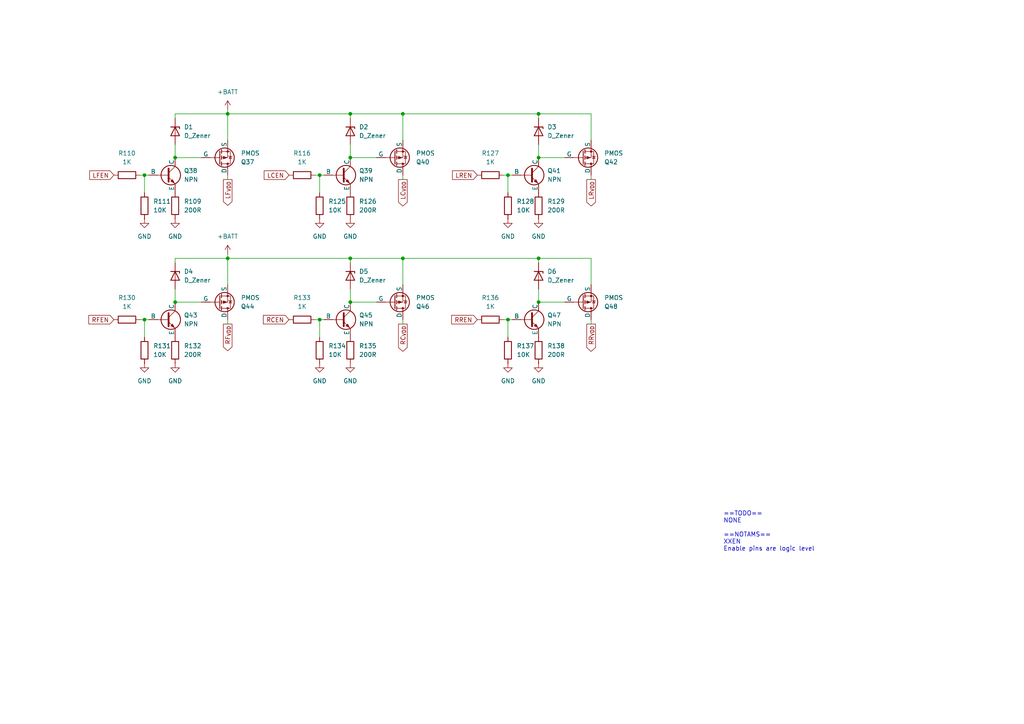
<source format=kicad_sch>
(kicad_sch
	(version 20231120)
	(generator "eeschema")
	(generator_version "8.0")
	(uuid "3e2bbb73-39df-44ea-be9b-9b4990bb5d77")
	(paper "A4")
	(title_block
		(title "MQ Rover Controller")
		(date "2024-12-23")
		(rev "A")
		(company "Sierra Engineering Design")
		(comment 1 "Rev. A Initial release")
	)
	(lib_symbols
		(symbol "Device:D_Zener"
			(pin_numbers hide)
			(pin_names
				(offset 1.016) hide)
			(exclude_from_sim no)
			(in_bom yes)
			(on_board yes)
			(property "Reference" "D"
				(at 0 2.54 0)
				(effects
					(font
						(size 1.27 1.27)
					)
				)
			)
			(property "Value" "D_Zener"
				(at 0 -2.54 0)
				(effects
					(font
						(size 1.27 1.27)
					)
				)
			)
			(property "Footprint" ""
				(at 0 0 0)
				(effects
					(font
						(size 1.27 1.27)
					)
					(hide yes)
				)
			)
			(property "Datasheet" "~"
				(at 0 0 0)
				(effects
					(font
						(size 1.27 1.27)
					)
					(hide yes)
				)
			)
			(property "Description" "Zener diode"
				(at 0 0 0)
				(effects
					(font
						(size 1.27 1.27)
					)
					(hide yes)
				)
			)
			(property "ki_keywords" "diode"
				(at 0 0 0)
				(effects
					(font
						(size 1.27 1.27)
					)
					(hide yes)
				)
			)
			(property "ki_fp_filters" "TO-???* *_Diode_* *SingleDiode* D_*"
				(at 0 0 0)
				(effects
					(font
						(size 1.27 1.27)
					)
					(hide yes)
				)
			)
			(symbol "D_Zener_0_1"
				(polyline
					(pts
						(xy 1.27 0) (xy -1.27 0)
					)
					(stroke
						(width 0)
						(type default)
					)
					(fill
						(type none)
					)
				)
				(polyline
					(pts
						(xy -1.27 -1.27) (xy -1.27 1.27) (xy -0.762 1.27)
					)
					(stroke
						(width 0.254)
						(type default)
					)
					(fill
						(type none)
					)
				)
				(polyline
					(pts
						(xy 1.27 -1.27) (xy 1.27 1.27) (xy -1.27 0) (xy 1.27 -1.27)
					)
					(stroke
						(width 0.254)
						(type default)
					)
					(fill
						(type none)
					)
				)
			)
			(symbol "D_Zener_1_1"
				(pin passive line
					(at -3.81 0 0)
					(length 2.54)
					(name "K"
						(effects
							(font
								(size 1.27 1.27)
							)
						)
					)
					(number "1"
						(effects
							(font
								(size 1.27 1.27)
							)
						)
					)
				)
				(pin passive line
					(at 3.81 0 180)
					(length 2.54)
					(name "A"
						(effects
							(font
								(size 1.27 1.27)
							)
						)
					)
					(number "2"
						(effects
							(font
								(size 1.27 1.27)
							)
						)
					)
				)
			)
		)
		(symbol "Device:R"
			(pin_numbers hide)
			(pin_names
				(offset 0)
			)
			(exclude_from_sim no)
			(in_bom yes)
			(on_board yes)
			(property "Reference" "R"
				(at 2.032 0 90)
				(effects
					(font
						(size 1.27 1.27)
					)
				)
			)
			(property "Value" "R"
				(at 0 0 90)
				(effects
					(font
						(size 1.27 1.27)
					)
				)
			)
			(property "Footprint" ""
				(at -1.778 0 90)
				(effects
					(font
						(size 1.27 1.27)
					)
					(hide yes)
				)
			)
			(property "Datasheet" "~"
				(at 0 0 0)
				(effects
					(font
						(size 1.27 1.27)
					)
					(hide yes)
				)
			)
			(property "Description" "Resistor"
				(at 0 0 0)
				(effects
					(font
						(size 1.27 1.27)
					)
					(hide yes)
				)
			)
			(property "ki_keywords" "R res resistor"
				(at 0 0 0)
				(effects
					(font
						(size 1.27 1.27)
					)
					(hide yes)
				)
			)
			(property "ki_fp_filters" "R_*"
				(at 0 0 0)
				(effects
					(font
						(size 1.27 1.27)
					)
					(hide yes)
				)
			)
			(symbol "R_0_1"
				(rectangle
					(start -1.016 -2.54)
					(end 1.016 2.54)
					(stroke
						(width 0.254)
						(type default)
					)
					(fill
						(type none)
					)
				)
			)
			(symbol "R_1_1"
				(pin passive line
					(at 0 3.81 270)
					(length 1.27)
					(name "~"
						(effects
							(font
								(size 1.27 1.27)
							)
						)
					)
					(number "1"
						(effects
							(font
								(size 1.27 1.27)
							)
						)
					)
				)
				(pin passive line
					(at 0 -3.81 90)
					(length 1.27)
					(name "~"
						(effects
							(font
								(size 1.27 1.27)
							)
						)
					)
					(number "2"
						(effects
							(font
								(size 1.27 1.27)
							)
						)
					)
				)
			)
		)
		(symbol "Simulation_SPICE:NPN"
			(pin_numbers hide)
			(pin_names
				(offset 0)
			)
			(exclude_from_sim no)
			(in_bom yes)
			(on_board yes)
			(property "Reference" "Q"
				(at -2.54 7.62 0)
				(effects
					(font
						(size 1.27 1.27)
					)
				)
			)
			(property "Value" "NPN"
				(at -2.54 5.08 0)
				(effects
					(font
						(size 1.27 1.27)
					)
				)
			)
			(property "Footprint" ""
				(at 63.5 0 0)
				(effects
					(font
						(size 1.27 1.27)
					)
					(hide yes)
				)
			)
			(property "Datasheet" "https://ngspice.sourceforge.io/docs/ngspice-html-manual/manual.xhtml#cha_BJTs"
				(at 63.5 0 0)
				(effects
					(font
						(size 1.27 1.27)
					)
					(hide yes)
				)
			)
			(property "Description" "Bipolar transistor symbol for simulation only, substrate tied to the emitter"
				(at 0 0 0)
				(effects
					(font
						(size 1.27 1.27)
					)
					(hide yes)
				)
			)
			(property "Sim.Device" "NPN"
				(at 0 0 0)
				(effects
					(font
						(size 1.27 1.27)
					)
					(hide yes)
				)
			)
			(property "Sim.Type" "GUMMELPOON"
				(at 0 0 0)
				(effects
					(font
						(size 1.27 1.27)
					)
					(hide yes)
				)
			)
			(property "Sim.Pins" "1=C 2=B 3=E"
				(at 0 0 0)
				(effects
					(font
						(size 1.27 1.27)
					)
					(hide yes)
				)
			)
			(property "ki_keywords" "simulation"
				(at 0 0 0)
				(effects
					(font
						(size 1.27 1.27)
					)
					(hide yes)
				)
			)
			(symbol "NPN_0_1"
				(polyline
					(pts
						(xy -2.54 0) (xy 0.635 0)
					)
					(stroke
						(width 0.1524)
						(type default)
					)
					(fill
						(type none)
					)
				)
				(polyline
					(pts
						(xy 0.635 0.635) (xy 2.54 2.54)
					)
					(stroke
						(width 0)
						(type default)
					)
					(fill
						(type none)
					)
				)
				(polyline
					(pts
						(xy 2.794 -1.27) (xy 2.794 -1.27)
					)
					(stroke
						(width 0.1524)
						(type default)
					)
					(fill
						(type none)
					)
				)
				(polyline
					(pts
						(xy 2.794 -1.27) (xy 2.794 -1.27)
					)
					(stroke
						(width 0.1524)
						(type default)
					)
					(fill
						(type none)
					)
				)
				(polyline
					(pts
						(xy 0.635 -0.635) (xy 2.54 -2.54) (xy 2.54 -2.54)
					)
					(stroke
						(width 0)
						(type default)
					)
					(fill
						(type none)
					)
				)
				(polyline
					(pts
						(xy 0.635 1.905) (xy 0.635 -1.905) (xy 0.635 -1.905)
					)
					(stroke
						(width 0.508)
						(type default)
					)
					(fill
						(type none)
					)
				)
				(polyline
					(pts
						(xy 1.27 -1.778) (xy 1.778 -1.27) (xy 2.286 -2.286) (xy 1.27 -1.778) (xy 1.27 -1.778)
					)
					(stroke
						(width 0)
						(type default)
					)
					(fill
						(type outline)
					)
				)
				(circle
					(center 1.27 0)
					(radius 2.8194)
					(stroke
						(width 0.254)
						(type default)
					)
					(fill
						(type none)
					)
				)
			)
			(symbol "NPN_1_1"
				(pin open_collector line
					(at 2.54 5.08 270)
					(length 2.54)
					(name "C"
						(effects
							(font
								(size 1.27 1.27)
							)
						)
					)
					(number "1"
						(effects
							(font
								(size 1.27 1.27)
							)
						)
					)
				)
				(pin input line
					(at -5.08 0 0)
					(length 2.54)
					(name "B"
						(effects
							(font
								(size 1.27 1.27)
							)
						)
					)
					(number "2"
						(effects
							(font
								(size 1.27 1.27)
							)
						)
					)
				)
				(pin open_emitter line
					(at 2.54 -5.08 90)
					(length 2.54)
					(name "E"
						(effects
							(font
								(size 1.27 1.27)
							)
						)
					)
					(number "3"
						(effects
							(font
								(size 1.27 1.27)
							)
						)
					)
				)
			)
		)
		(symbol "Simulation_SPICE:PMOS"
			(pin_numbers hide)
			(pin_names
				(offset 0)
			)
			(exclude_from_sim no)
			(in_bom yes)
			(on_board yes)
			(property "Reference" "Q"
				(at 5.08 1.27 0)
				(effects
					(font
						(size 1.27 1.27)
					)
					(justify left)
				)
			)
			(property "Value" "PMOS"
				(at 5.08 -1.27 0)
				(effects
					(font
						(size 1.27 1.27)
					)
					(justify left)
				)
			)
			(property "Footprint" ""
				(at 5.08 2.54 0)
				(effects
					(font
						(size 1.27 1.27)
					)
					(hide yes)
				)
			)
			(property "Datasheet" "https://ngspice.sourceforge.io/docs/ngspice-html-manual/manual.xhtml#cha_MOSFETs"
				(at 0 -12.7 0)
				(effects
					(font
						(size 1.27 1.27)
					)
					(hide yes)
				)
			)
			(property "Description" "P-MOSFET transistor, drain/source/gate"
				(at 0 0 0)
				(effects
					(font
						(size 1.27 1.27)
					)
					(hide yes)
				)
			)
			(property "Sim.Device" "PMOS"
				(at 0 -17.145 0)
				(effects
					(font
						(size 1.27 1.27)
					)
					(hide yes)
				)
			)
			(property "Sim.Type" "VDMOS"
				(at 0 -19.05 0)
				(effects
					(font
						(size 1.27 1.27)
					)
					(hide yes)
				)
			)
			(property "Sim.Pins" "1=D 2=G 3=S"
				(at 0 -15.24 0)
				(effects
					(font
						(size 1.27 1.27)
					)
					(hide yes)
				)
			)
			(property "ki_keywords" "transistor PMOS P-MOS P-MOSFET simulation"
				(at 0 0 0)
				(effects
					(font
						(size 1.27 1.27)
					)
					(hide yes)
				)
			)
			(symbol "PMOS_0_1"
				(polyline
					(pts
						(xy 0.254 0) (xy -2.54 0)
					)
					(stroke
						(width 0)
						(type default)
					)
					(fill
						(type none)
					)
				)
				(polyline
					(pts
						(xy 0.254 1.905) (xy 0.254 -1.905)
					)
					(stroke
						(width 0.254)
						(type default)
					)
					(fill
						(type none)
					)
				)
				(polyline
					(pts
						(xy 0.762 -1.27) (xy 0.762 -2.286)
					)
					(stroke
						(width 0.254)
						(type default)
					)
					(fill
						(type none)
					)
				)
				(polyline
					(pts
						(xy 0.762 0.508) (xy 0.762 -0.508)
					)
					(stroke
						(width 0.254)
						(type default)
					)
					(fill
						(type none)
					)
				)
				(polyline
					(pts
						(xy 0.762 2.286) (xy 0.762 1.27)
					)
					(stroke
						(width 0.254)
						(type default)
					)
					(fill
						(type none)
					)
				)
				(polyline
					(pts
						(xy 2.54 2.54) (xy 2.54 1.778)
					)
					(stroke
						(width 0)
						(type default)
					)
					(fill
						(type none)
					)
				)
				(polyline
					(pts
						(xy 2.54 -2.54) (xy 2.54 0) (xy 0.762 0)
					)
					(stroke
						(width 0)
						(type default)
					)
					(fill
						(type none)
					)
				)
				(polyline
					(pts
						(xy 0.762 1.778) (xy 3.302 1.778) (xy 3.302 -1.778) (xy 0.762 -1.778)
					)
					(stroke
						(width 0)
						(type default)
					)
					(fill
						(type none)
					)
				)
				(polyline
					(pts
						(xy 2.286 0) (xy 1.27 0.381) (xy 1.27 -0.381) (xy 2.286 0)
					)
					(stroke
						(width 0)
						(type default)
					)
					(fill
						(type outline)
					)
				)
				(polyline
					(pts
						(xy 2.794 -0.508) (xy 2.921 -0.381) (xy 3.683 -0.381) (xy 3.81 -0.254)
					)
					(stroke
						(width 0)
						(type default)
					)
					(fill
						(type none)
					)
				)
				(polyline
					(pts
						(xy 3.302 -0.381) (xy 2.921 0.254) (xy 3.683 0.254) (xy 3.302 -0.381)
					)
					(stroke
						(width 0)
						(type default)
					)
					(fill
						(type none)
					)
				)
				(circle
					(center 1.651 0)
					(radius 2.794)
					(stroke
						(width 0.254)
						(type default)
					)
					(fill
						(type none)
					)
				)
				(circle
					(center 2.54 -1.778)
					(radius 0.254)
					(stroke
						(width 0)
						(type default)
					)
					(fill
						(type outline)
					)
				)
				(circle
					(center 2.54 1.778)
					(radius 0.254)
					(stroke
						(width 0)
						(type default)
					)
					(fill
						(type outline)
					)
				)
			)
			(symbol "PMOS_1_1"
				(pin passive line
					(at 2.54 5.08 270)
					(length 2.54)
					(name "D"
						(effects
							(font
								(size 1.27 1.27)
							)
						)
					)
					(number "1"
						(effects
							(font
								(size 1.27 1.27)
							)
						)
					)
				)
				(pin input line
					(at -5.08 0 0)
					(length 2.54)
					(name "G"
						(effects
							(font
								(size 1.27 1.27)
							)
						)
					)
					(number "2"
						(effects
							(font
								(size 1.27 1.27)
							)
						)
					)
				)
				(pin passive line
					(at 2.54 -5.08 90)
					(length 2.54)
					(name "S"
						(effects
							(font
								(size 1.27 1.27)
							)
						)
					)
					(number "3"
						(effects
							(font
								(size 1.27 1.27)
							)
						)
					)
				)
			)
		)
		(symbol "power:+BATT"
			(power)
			(pin_numbers hide)
			(pin_names
				(offset 0) hide)
			(exclude_from_sim no)
			(in_bom yes)
			(on_board yes)
			(property "Reference" "#PWR"
				(at 0 -3.81 0)
				(effects
					(font
						(size 1.27 1.27)
					)
					(hide yes)
				)
			)
			(property "Value" "+BATT"
				(at 0 3.556 0)
				(effects
					(font
						(size 1.27 1.27)
					)
				)
			)
			(property "Footprint" ""
				(at 0 0 0)
				(effects
					(font
						(size 1.27 1.27)
					)
					(hide yes)
				)
			)
			(property "Datasheet" ""
				(at 0 0 0)
				(effects
					(font
						(size 1.27 1.27)
					)
					(hide yes)
				)
			)
			(property "Description" "Power symbol creates a global label with name \"+BATT\""
				(at 0 0 0)
				(effects
					(font
						(size 1.27 1.27)
					)
					(hide yes)
				)
			)
			(property "ki_keywords" "global power battery"
				(at 0 0 0)
				(effects
					(font
						(size 1.27 1.27)
					)
					(hide yes)
				)
			)
			(symbol "+BATT_0_1"
				(polyline
					(pts
						(xy -0.762 1.27) (xy 0 2.54)
					)
					(stroke
						(width 0)
						(type default)
					)
					(fill
						(type none)
					)
				)
				(polyline
					(pts
						(xy 0 0) (xy 0 2.54)
					)
					(stroke
						(width 0)
						(type default)
					)
					(fill
						(type none)
					)
				)
				(polyline
					(pts
						(xy 0 2.54) (xy 0.762 1.27)
					)
					(stroke
						(width 0)
						(type default)
					)
					(fill
						(type none)
					)
				)
			)
			(symbol "+BATT_1_1"
				(pin power_in line
					(at 0 0 90)
					(length 0)
					(name "~"
						(effects
							(font
								(size 1.27 1.27)
							)
						)
					)
					(number "1"
						(effects
							(font
								(size 1.27 1.27)
							)
						)
					)
				)
			)
		)
		(symbol "power:GND"
			(power)
			(pin_numbers hide)
			(pin_names
				(offset 0) hide)
			(exclude_from_sim no)
			(in_bom yes)
			(on_board yes)
			(property "Reference" "#PWR"
				(at 0 -6.35 0)
				(effects
					(font
						(size 1.27 1.27)
					)
					(hide yes)
				)
			)
			(property "Value" "GND"
				(at 0 -3.81 0)
				(effects
					(font
						(size 1.27 1.27)
					)
				)
			)
			(property "Footprint" ""
				(at 0 0 0)
				(effects
					(font
						(size 1.27 1.27)
					)
					(hide yes)
				)
			)
			(property "Datasheet" ""
				(at 0 0 0)
				(effects
					(font
						(size 1.27 1.27)
					)
					(hide yes)
				)
			)
			(property "Description" "Power symbol creates a global label with name \"GND\" , ground"
				(at 0 0 0)
				(effects
					(font
						(size 1.27 1.27)
					)
					(hide yes)
				)
			)
			(property "ki_keywords" "global power"
				(at 0 0 0)
				(effects
					(font
						(size 1.27 1.27)
					)
					(hide yes)
				)
			)
			(symbol "GND_0_1"
				(polyline
					(pts
						(xy 0 0) (xy 0 -1.27) (xy 1.27 -1.27) (xy 0 -2.54) (xy -1.27 -1.27) (xy 0 -1.27)
					)
					(stroke
						(width 0)
						(type default)
					)
					(fill
						(type none)
					)
				)
			)
			(symbol "GND_1_1"
				(pin power_in line
					(at 0 0 270)
					(length 0)
					(name "~"
						(effects
							(font
								(size 1.27 1.27)
							)
						)
					)
					(number "1"
						(effects
							(font
								(size 1.27 1.27)
							)
						)
					)
				)
			)
		)
	)
	(junction
		(at 41.91 92.71)
		(diameter 0)
		(color 0 0 0 0)
		(uuid "0beaa052-7833-47f3-9921-370d039ae764")
	)
	(junction
		(at 92.71 92.71)
		(diameter 0)
		(color 0 0 0 0)
		(uuid "0ce77384-a46f-4d92-878b-cbfc07aa0be0")
	)
	(junction
		(at 156.21 33.02)
		(diameter 0)
		(color 0 0 0 0)
		(uuid "14f1a589-36ec-4b12-ac1e-a5019cba4d06")
	)
	(junction
		(at 116.84 33.02)
		(diameter 0)
		(color 0 0 0 0)
		(uuid "20fad403-99e4-4653-ae29-cec3dcd5c5e2")
	)
	(junction
		(at 101.6 45.72)
		(diameter 0)
		(color 0 0 0 0)
		(uuid "33d47056-854a-4d10-8366-e42766503ea6")
	)
	(junction
		(at 66.04 33.02)
		(diameter 0)
		(color 0 0 0 0)
		(uuid "34529f3c-c620-4171-b9c9-6cc8afa9a3ca")
	)
	(junction
		(at 156.21 87.63)
		(diameter 0)
		(color 0 0 0 0)
		(uuid "40112317-68ed-4261-801c-4b6a67051f95")
	)
	(junction
		(at 101.6 87.63)
		(diameter 0)
		(color 0 0 0 0)
		(uuid "407cc0f1-9c45-49e0-b6db-6eca0fb05052")
	)
	(junction
		(at 147.32 50.8)
		(diameter 0)
		(color 0 0 0 0)
		(uuid "4156a545-cca9-4bae-872f-bbe22b6a47b0")
	)
	(junction
		(at 92.71 50.8)
		(diameter 0)
		(color 0 0 0 0)
		(uuid "5d0fb998-b545-489e-82ba-ebc06ada4c79")
	)
	(junction
		(at 41.91 50.8)
		(diameter 0)
		(color 0 0 0 0)
		(uuid "62f4bb83-428e-4190-b8ad-d54b00a20845")
	)
	(junction
		(at 50.8 87.63)
		(diameter 0)
		(color 0 0 0 0)
		(uuid "65033ec5-829d-4926-8ca2-bf4aa4e63342")
	)
	(junction
		(at 101.6 33.02)
		(diameter 0)
		(color 0 0 0 0)
		(uuid "66c8db96-3563-42f3-bd17-97dea73c88e8")
	)
	(junction
		(at 50.8 45.72)
		(diameter 0)
		(color 0 0 0 0)
		(uuid "86f20123-d530-47f8-9ef3-ed7d031850be")
	)
	(junction
		(at 116.84 74.93)
		(diameter 0)
		(color 0 0 0 0)
		(uuid "9e752bbd-0abe-403b-a887-d0c664ac7658")
	)
	(junction
		(at 156.21 74.93)
		(diameter 0)
		(color 0 0 0 0)
		(uuid "9f67860b-2899-4558-baf7-a70dd60537e9")
	)
	(junction
		(at 101.6 74.93)
		(diameter 0)
		(color 0 0 0 0)
		(uuid "a321fd38-b9ac-4349-8ba1-04230f466932")
	)
	(junction
		(at 156.21 45.72)
		(diameter 0)
		(color 0 0 0 0)
		(uuid "a9702365-a786-40a5-9d8a-836ebd3b295d")
	)
	(junction
		(at 66.04 74.93)
		(diameter 0)
		(color 0 0 0 0)
		(uuid "f3aba446-f11f-4039-a0f6-af5313c361b9")
	)
	(junction
		(at 147.32 92.71)
		(diameter 0)
		(color 0 0 0 0)
		(uuid "fac9e4e4-f620-4d74-9edd-38dc99d7531a")
	)
	(wire
		(pts
			(xy 156.21 45.72) (xy 163.83 45.72)
		)
		(stroke
			(width 0)
			(type default)
		)
		(uuid "03b45751-1198-4bdc-8ca5-d89da58eb198")
	)
	(wire
		(pts
			(xy 156.21 33.02) (xy 171.45 33.02)
		)
		(stroke
			(width 0)
			(type default)
		)
		(uuid "0e84d275-0a70-4e41-a3bb-a97f1e2809cb")
	)
	(wire
		(pts
			(xy 41.91 97.79) (xy 41.91 92.71)
		)
		(stroke
			(width 0)
			(type default)
		)
		(uuid "1377efcd-7d7d-4ee4-afa2-a1883f09603a")
	)
	(wire
		(pts
			(xy 66.04 73.66) (xy 66.04 74.93)
		)
		(stroke
			(width 0)
			(type default)
		)
		(uuid "1dc32b01-a9ec-4bad-ae10-5230dea7a678")
	)
	(wire
		(pts
			(xy 40.64 50.8) (xy 41.91 50.8)
		)
		(stroke
			(width 0)
			(type default)
		)
		(uuid "215d7aec-90ea-4272-998b-25c8524b490e")
	)
	(wire
		(pts
			(xy 92.71 55.88) (xy 92.71 50.8)
		)
		(stroke
			(width 0)
			(type default)
		)
		(uuid "2602359c-7356-451a-a928-a6dc7c681fa0")
	)
	(wire
		(pts
			(xy 116.84 92.71) (xy 116.84 93.98)
		)
		(stroke
			(width 0)
			(type default)
		)
		(uuid "2e574203-f1c0-4345-8dbb-aa0e9d3547b8")
	)
	(wire
		(pts
			(xy 66.04 33.02) (xy 66.04 40.64)
		)
		(stroke
			(width 0)
			(type default)
		)
		(uuid "34173e3c-3399-4f69-a7ca-4c3b64aada5a")
	)
	(wire
		(pts
			(xy 156.21 41.91) (xy 156.21 45.72)
		)
		(stroke
			(width 0)
			(type default)
		)
		(uuid "3789abda-ba88-43ea-9220-b0409b6fc311")
	)
	(wire
		(pts
			(xy 116.84 74.93) (xy 116.84 82.55)
		)
		(stroke
			(width 0)
			(type default)
		)
		(uuid "382dfd94-7c00-4ef0-bcc6-07fb26ef36ef")
	)
	(wire
		(pts
			(xy 50.8 83.82) (xy 50.8 87.63)
		)
		(stroke
			(width 0)
			(type default)
		)
		(uuid "3cedbbd6-9387-467a-8775-d293964ebcc2")
	)
	(wire
		(pts
			(xy 50.8 87.63) (xy 58.42 87.63)
		)
		(stroke
			(width 0)
			(type default)
		)
		(uuid "43391f18-6e49-4037-9e67-3de667fbb25d")
	)
	(wire
		(pts
			(xy 156.21 74.93) (xy 171.45 74.93)
		)
		(stroke
			(width 0)
			(type default)
		)
		(uuid "46937031-4565-429f-abcb-f86d0f40f391")
	)
	(wire
		(pts
			(xy 50.8 34.29) (xy 50.8 33.02)
		)
		(stroke
			(width 0)
			(type default)
		)
		(uuid "4d8f704c-03a9-4279-ae89-34ad5094960f")
	)
	(wire
		(pts
			(xy 171.45 33.02) (xy 171.45 40.64)
		)
		(stroke
			(width 0)
			(type default)
		)
		(uuid "4eba2495-3415-44a9-a459-ef8117723010")
	)
	(wire
		(pts
			(xy 101.6 33.02) (xy 116.84 33.02)
		)
		(stroke
			(width 0)
			(type default)
		)
		(uuid "4efaa89d-2acc-453c-8cc0-9c4c96b7cb49")
	)
	(wire
		(pts
			(xy 146.05 92.71) (xy 147.32 92.71)
		)
		(stroke
			(width 0)
			(type default)
		)
		(uuid "50694eea-ac12-4bea-84bc-79a86a5477dd")
	)
	(wire
		(pts
			(xy 156.21 87.63) (xy 163.83 87.63)
		)
		(stroke
			(width 0)
			(type default)
		)
		(uuid "52f6cde4-2835-4e65-9ef1-0346e022d7bc")
	)
	(wire
		(pts
			(xy 156.21 83.82) (xy 156.21 87.63)
		)
		(stroke
			(width 0)
			(type default)
		)
		(uuid "546aa096-0293-4149-8338-c197ae4c6912")
	)
	(wire
		(pts
			(xy 101.6 45.72) (xy 109.22 45.72)
		)
		(stroke
			(width 0)
			(type default)
		)
		(uuid "601a8fc3-328e-4819-b07d-e7eaec984b74")
	)
	(wire
		(pts
			(xy 146.05 50.8) (xy 147.32 50.8)
		)
		(stroke
			(width 0)
			(type default)
		)
		(uuid "63dd0754-37ec-48ba-8244-54e9f6cdadbf")
	)
	(wire
		(pts
			(xy 91.44 50.8) (xy 92.71 50.8)
		)
		(stroke
			(width 0)
			(type default)
		)
		(uuid "69a6bdb1-f7b3-47d4-98d6-12cd6a8f5dd0")
	)
	(wire
		(pts
			(xy 101.6 34.29) (xy 101.6 33.02)
		)
		(stroke
			(width 0)
			(type default)
		)
		(uuid "6c39ee79-538f-4b30-bb3c-13e91bd9fd75")
	)
	(wire
		(pts
			(xy 40.64 92.71) (xy 41.91 92.71)
		)
		(stroke
			(width 0)
			(type default)
		)
		(uuid "70676225-02f0-4c44-b33f-58eb8bf4b41e")
	)
	(wire
		(pts
			(xy 147.32 92.71) (xy 148.59 92.71)
		)
		(stroke
			(width 0)
			(type default)
		)
		(uuid "732f45bc-4d62-4450-804c-e8f70d6931bc")
	)
	(wire
		(pts
			(xy 41.91 50.8) (xy 43.18 50.8)
		)
		(stroke
			(width 0)
			(type default)
		)
		(uuid "73aa5d73-c96e-488a-8d41-b068e1358e8a")
	)
	(wire
		(pts
			(xy 66.04 52.07) (xy 66.04 50.8)
		)
		(stroke
			(width 0)
			(type default)
		)
		(uuid "7a8f85ce-e033-40ff-a877-1e701d04e33b")
	)
	(wire
		(pts
			(xy 41.91 55.88) (xy 41.91 50.8)
		)
		(stroke
			(width 0)
			(type default)
		)
		(uuid "7c5b5df4-bc7d-4a22-ac35-1f8149f91c96")
	)
	(wire
		(pts
			(xy 50.8 74.93) (xy 66.04 74.93)
		)
		(stroke
			(width 0)
			(type default)
		)
		(uuid "830c7017-0511-4b1a-9927-a57b979d3fe0")
	)
	(wire
		(pts
			(xy 50.8 41.91) (xy 50.8 45.72)
		)
		(stroke
			(width 0)
			(type default)
		)
		(uuid "87a1355a-a5de-4417-9cf8-19c40bc56fc8")
	)
	(wire
		(pts
			(xy 50.8 33.02) (xy 66.04 33.02)
		)
		(stroke
			(width 0)
			(type default)
		)
		(uuid "87b25bdd-a728-4530-a439-bf60ee8df818")
	)
	(wire
		(pts
			(xy 92.71 92.71) (xy 93.98 92.71)
		)
		(stroke
			(width 0)
			(type default)
		)
		(uuid "88ca5db8-d983-4ee6-ae12-0685aca1cb0c")
	)
	(wire
		(pts
			(xy 66.04 93.98) (xy 66.04 92.71)
		)
		(stroke
			(width 0)
			(type default)
		)
		(uuid "893c8059-d8db-477e-b1c5-f6b3adc3e7e1")
	)
	(wire
		(pts
			(xy 66.04 33.02) (xy 101.6 33.02)
		)
		(stroke
			(width 0)
			(type default)
		)
		(uuid "91f01902-d0ca-4eaa-b470-88f8deb21b94")
	)
	(wire
		(pts
			(xy 101.6 87.63) (xy 109.22 87.63)
		)
		(stroke
			(width 0)
			(type default)
		)
		(uuid "95c03b59-95b8-4123-b91d-8f263a87a309")
	)
	(wire
		(pts
			(xy 156.21 34.29) (xy 156.21 33.02)
		)
		(stroke
			(width 0)
			(type default)
		)
		(uuid "97620db5-e4c3-4689-8524-8f8971ccd4f8")
	)
	(wire
		(pts
			(xy 116.84 50.8) (xy 116.84 52.07)
		)
		(stroke
			(width 0)
			(type default)
		)
		(uuid "9c7a118b-f5cb-4417-904f-0b0b9ede5e0e")
	)
	(wire
		(pts
			(xy 50.8 76.2) (xy 50.8 74.93)
		)
		(stroke
			(width 0)
			(type default)
		)
		(uuid "9d99b096-5cbb-4638-bdd8-48bce866c0f9")
	)
	(wire
		(pts
			(xy 101.6 83.82) (xy 101.6 87.63)
		)
		(stroke
			(width 0)
			(type default)
		)
		(uuid "9e49a863-c601-4045-a753-efe0140173fa")
	)
	(wire
		(pts
			(xy 92.71 97.79) (xy 92.71 92.71)
		)
		(stroke
			(width 0)
			(type default)
		)
		(uuid "a0785cfd-0cc3-474c-bf8c-d780f82d7549")
	)
	(wire
		(pts
			(xy 41.91 92.71) (xy 43.18 92.71)
		)
		(stroke
			(width 0)
			(type default)
		)
		(uuid "a610ed4a-3774-4a9c-add6-9a55bd3da125")
	)
	(wire
		(pts
			(xy 116.84 74.93) (xy 156.21 74.93)
		)
		(stroke
			(width 0)
			(type default)
		)
		(uuid "b420db7c-4698-4416-9d9f-ff4605c9b622")
	)
	(wire
		(pts
			(xy 156.21 76.2) (xy 156.21 74.93)
		)
		(stroke
			(width 0)
			(type default)
		)
		(uuid "b48a2721-30d3-49c9-8329-1e7ed7caa542")
	)
	(wire
		(pts
			(xy 101.6 74.93) (xy 116.84 74.93)
		)
		(stroke
			(width 0)
			(type default)
		)
		(uuid "b65de857-adef-4c0e-ab8e-033ef0735170")
	)
	(wire
		(pts
			(xy 66.04 74.93) (xy 66.04 82.55)
		)
		(stroke
			(width 0)
			(type default)
		)
		(uuid "c6691726-1fb2-4907-b93c-ba7436fc3e7f")
	)
	(wire
		(pts
			(xy 66.04 74.93) (xy 101.6 74.93)
		)
		(stroke
			(width 0)
			(type default)
		)
		(uuid "c838d0a6-dfc5-4f76-bef1-8d2133b6e1a6")
	)
	(wire
		(pts
			(xy 171.45 74.93) (xy 171.45 82.55)
		)
		(stroke
			(width 0)
			(type default)
		)
		(uuid "c861b342-80ee-4bd9-9567-907ffc38515a")
	)
	(wire
		(pts
			(xy 171.45 92.71) (xy 171.45 93.98)
		)
		(stroke
			(width 0)
			(type default)
		)
		(uuid "c902c607-5f5e-499b-af22-a4ffd9999df7")
	)
	(wire
		(pts
			(xy 147.32 97.79) (xy 147.32 92.71)
		)
		(stroke
			(width 0)
			(type default)
		)
		(uuid "cb984d29-dca3-493a-83fc-6f8b010c7e35")
	)
	(wire
		(pts
			(xy 147.32 55.88) (xy 147.32 50.8)
		)
		(stroke
			(width 0)
			(type default)
		)
		(uuid "cd774155-4d92-46dc-9684-e2ecdc642bba")
	)
	(wire
		(pts
			(xy 101.6 41.91) (xy 101.6 45.72)
		)
		(stroke
			(width 0)
			(type default)
		)
		(uuid "d0ae8dc3-9eb6-49bb-ad54-86fda4f52ef1")
	)
	(wire
		(pts
			(xy 147.32 50.8) (xy 148.59 50.8)
		)
		(stroke
			(width 0)
			(type default)
		)
		(uuid "d4294197-9f4d-4321-84c7-b9510ee0e16f")
	)
	(wire
		(pts
			(xy 116.84 33.02) (xy 156.21 33.02)
		)
		(stroke
			(width 0)
			(type default)
		)
		(uuid "d941f461-dd39-431b-bfbb-360259eab6e8")
	)
	(wire
		(pts
			(xy 91.44 92.71) (xy 92.71 92.71)
		)
		(stroke
			(width 0)
			(type default)
		)
		(uuid "dbbb2198-037c-4f89-80d5-360fd651187e")
	)
	(wire
		(pts
			(xy 66.04 31.75) (xy 66.04 33.02)
		)
		(stroke
			(width 0)
			(type default)
		)
		(uuid "ebc0ef8f-e70b-4708-9021-63792e315764")
	)
	(wire
		(pts
			(xy 101.6 76.2) (xy 101.6 74.93)
		)
		(stroke
			(width 0)
			(type default)
		)
		(uuid "edb17aaf-5409-42f1-9358-96a2345602c7")
	)
	(wire
		(pts
			(xy 116.84 33.02) (xy 116.84 40.64)
		)
		(stroke
			(width 0)
			(type default)
		)
		(uuid "ee6d160b-3700-486c-addb-bf87e669a7d1")
	)
	(wire
		(pts
			(xy 92.71 50.8) (xy 93.98 50.8)
		)
		(stroke
			(width 0)
			(type default)
		)
		(uuid "f5579007-fea2-4d81-bc84-6ebdbb620c21")
	)
	(wire
		(pts
			(xy 50.8 45.72) (xy 58.42 45.72)
		)
		(stroke
			(width 0)
			(type default)
		)
		(uuid "f9f9ee49-2a7d-4a3c-aa31-0b735a6cb110")
	)
	(wire
		(pts
			(xy 171.45 50.8) (xy 171.45 52.07)
		)
		(stroke
			(width 0)
			(type default)
		)
		(uuid "fe2332e6-aa2e-4eb3-9cb0-e33da0b4ba49")
	)
	(text "==TODO==\nNONE\n\n==NOTAMS==\nXXEN\nEnable pins are logic level"
		(exclude_from_sim no)
		(at 209.804 154.178 0)
		(effects
			(font
				(size 1.27 1.27)
			)
			(justify left)
		)
		(uuid "fb2ddb77-3ca4-4df6-926a-f6c8c72f4a73")
	)
	(global_label "RCEN"
		(shape input)
		(at 83.82 92.71 180)
		(fields_autoplaced yes)
		(effects
			(font
				(size 1.27 1.27)
			)
			(justify right)
		)
		(uuid "188b1af2-166d-4cf9-9527-5fe8556c1ff0")
		(property "Intersheetrefs" "${INTERSHEET_REFS}"
			(at 75.8153 92.71 0)
			(effects
				(font
					(size 1.27 1.27)
				)
				(justify right)
				(hide yes)
			)
		)
	)
	(global_label "RR_{VDD}"
		(shape output)
		(at 171.45 93.98 270)
		(fields_autoplaced yes)
		(effects
			(font
				(size 1.27 1.27)
			)
			(justify right)
		)
		(uuid "25babf29-68d0-4c64-be8c-3d9b72b74784")
		(property "Intersheetrefs" "${INTERSHEET_REFS}"
			(at 171.45 102.4589 90)
			(effects
				(font
					(size 1.27 1.27)
				)
				(justify right)
				(hide yes)
			)
		)
	)
	(global_label "RREN"
		(shape input)
		(at 138.43 92.71 180)
		(fields_autoplaced yes)
		(effects
			(font
				(size 1.27 1.27)
			)
			(justify right)
		)
		(uuid "473d9671-92ac-4841-b071-d88d91fcfd9b")
		(property "Intersheetrefs" "${INTERSHEET_REFS}"
			(at 130.4253 92.71 0)
			(effects
				(font
					(size 1.27 1.27)
				)
				(justify right)
				(hide yes)
			)
		)
	)
	(global_label "LF_{VDD}"
		(shape output)
		(at 66.04 52.07 270)
		(fields_autoplaced yes)
		(effects
			(font
				(size 1.27 1.27)
			)
			(justify right)
		)
		(uuid "72348ccc-071f-44dd-8527-ef7bc24503a5")
		(property "Intersheetrefs" "${INTERSHEET_REFS}"
			(at 66.04 60.1256 90)
			(effects
				(font
					(size 1.27 1.27)
				)
				(justify right)
				(hide yes)
			)
		)
	)
	(global_label "RC_{VDD}"
		(shape output)
		(at 116.84 93.98 270)
		(fields_autoplaced yes)
		(effects
			(font
				(size 1.27 1.27)
			)
			(justify right)
		)
		(uuid "74ad86d7-49c8-489f-8386-7e76f707ecab")
		(property "Intersheetrefs" "${INTERSHEET_REFS}"
			(at 116.84 102.4589 90)
			(effects
				(font
					(size 1.27 1.27)
				)
				(justify right)
				(hide yes)
			)
		)
	)
	(global_label "LC_{VDD}"
		(shape output)
		(at 116.84 52.07 270)
		(fields_autoplaced yes)
		(effects
			(font
				(size 1.27 1.27)
			)
			(justify right)
		)
		(uuid "79081812-bcfb-45c2-9626-e1080bfdda7d")
		(property "Intersheetrefs" "${INTERSHEET_REFS}"
			(at 116.84 60.307 90)
			(effects
				(font
					(size 1.27 1.27)
				)
				(justify right)
				(hide yes)
			)
		)
	)
	(global_label "LCEN"
		(shape input)
		(at 83.82 50.8 180)
		(fields_autoplaced yes)
		(effects
			(font
				(size 1.27 1.27)
			)
			(justify right)
		)
		(uuid "99cf3672-579a-4b5b-bc17-8b019f87dd43")
		(property "Intersheetrefs" "${INTERSHEET_REFS}"
			(at 76.0572 50.8 0)
			(effects
				(font
					(size 1.27 1.27)
				)
				(justify right)
				(hide yes)
			)
		)
	)
	(global_label "RFEN"
		(shape input)
		(at 33.02 92.71 180)
		(fields_autoplaced yes)
		(effects
			(font
				(size 1.27 1.27)
			)
			(justify right)
		)
		(uuid "b6fe090a-0733-4378-b7cc-c1599c7d41c5")
		(property "Intersheetrefs" "${INTERSHEET_REFS}"
			(at 25.1967 92.71 0)
			(effects
				(font
					(size 1.27 1.27)
				)
				(justify right)
				(hide yes)
			)
		)
	)
	(global_label "LREN"
		(shape input)
		(at 138.43 50.8 180)
		(fields_autoplaced yes)
		(effects
			(font
				(size 1.27 1.27)
			)
			(justify right)
		)
		(uuid "cd636a38-6f16-4838-8de9-c0faf71cce5b")
		(property "Intersheetrefs" "${INTERSHEET_REFS}"
			(at 130.6672 50.8 0)
			(effects
				(font
					(size 1.27 1.27)
				)
				(justify right)
				(hide yes)
			)
		)
	)
	(global_label "LFEN"
		(shape input)
		(at 33.02 50.8 180)
		(fields_autoplaced yes)
		(effects
			(font
				(size 1.27 1.27)
			)
			(justify right)
		)
		(uuid "d9b2e68c-e33a-45ae-966a-3290de0f4ffe")
		(property "Intersheetrefs" "${INTERSHEET_REFS}"
			(at 25.4386 50.8 0)
			(effects
				(font
					(size 1.27 1.27)
				)
				(justify right)
				(hide yes)
			)
		)
	)
	(global_label "RF_{VDD}"
		(shape output)
		(at 66.04 93.98 270)
		(fields_autoplaced yes)
		(effects
			(font
				(size 1.27 1.27)
			)
			(justify right)
		)
		(uuid "da22dd19-7754-49cd-890c-6947da5da432")
		(property "Intersheetrefs" "${INTERSHEET_REFS}"
			(at 66.04 102.2775 90)
			(effects
				(font
					(size 1.27 1.27)
				)
				(justify right)
				(hide yes)
			)
		)
	)
	(global_label "LR_{VDD}"
		(shape output)
		(at 171.45 52.07 270)
		(fields_autoplaced yes)
		(effects
			(font
				(size 1.27 1.27)
			)
			(justify right)
		)
		(uuid "e02fd9ed-7140-49f9-998d-964e553f70fc")
		(property "Intersheetrefs" "${INTERSHEET_REFS}"
			(at 171.45 60.307 90)
			(effects
				(font
					(size 1.27 1.27)
				)
				(justify right)
				(hide yes)
			)
		)
	)
	(symbol
		(lib_id "Device:R")
		(at 156.21 59.69 0)
		(unit 1)
		(exclude_from_sim no)
		(in_bom yes)
		(on_board yes)
		(dnp no)
		(fields_autoplaced yes)
		(uuid "07117d2d-bb31-4f99-91f3-27ee95bdfab9")
		(property "Reference" "R129"
			(at 158.75 58.4199 0)
			(effects
				(font
					(size 1.27 1.27)
				)
				(justify left)
			)
		)
		(property "Value" "200R"
			(at 158.75 60.9599 0)
			(effects
				(font
					(size 1.27 1.27)
				)
				(justify left)
			)
		)
		(property "Footprint" "Resistor_SMD:R_0603_1608Metric"
			(at 154.432 59.69 90)
			(effects
				(font
					(size 1.27 1.27)
				)
				(hide yes)
			)
		)
		(property "Datasheet" "~"
			(at 156.21 59.69 0)
			(effects
				(font
					(size 1.27 1.27)
				)
				(hide yes)
			)
		)
		(property "Description" "Resistor"
			(at 156.21 59.69 0)
			(effects
				(font
					(size 1.27 1.27)
				)
				(hide yes)
			)
		)
		(pin "2"
			(uuid "3df4d25d-14df-41b3-a758-628c01e57804")
		)
		(pin "1"
			(uuid "7be459d2-341b-492e-83de-b6487f420ff9")
		)
		(instances
			(project "mqmars"
				(path "/8894597e-8d75-4a50-a40b-c03d378d3f1b/14e75d12-7fc9-4516-90e8-f12e654fc5dc"
					(reference "R129")
					(unit 1)
				)
			)
		)
	)
	(symbol
		(lib_id "Device:R")
		(at 50.8 101.6 0)
		(unit 1)
		(exclude_from_sim no)
		(in_bom yes)
		(on_board yes)
		(dnp no)
		(fields_autoplaced yes)
		(uuid "07becb36-b0b2-44be-913f-34a83d91dcfc")
		(property "Reference" "R132"
			(at 53.34 100.3299 0)
			(effects
				(font
					(size 1.27 1.27)
				)
				(justify left)
			)
		)
		(property "Value" "200R"
			(at 53.34 102.8699 0)
			(effects
				(font
					(size 1.27 1.27)
				)
				(justify left)
			)
		)
		(property "Footprint" "Resistor_SMD:R_0603_1608Metric"
			(at 49.022 101.6 90)
			(effects
				(font
					(size 1.27 1.27)
				)
				(hide yes)
			)
		)
		(property "Datasheet" "~"
			(at 50.8 101.6 0)
			(effects
				(font
					(size 1.27 1.27)
				)
				(hide yes)
			)
		)
		(property "Description" "Resistor"
			(at 50.8 101.6 0)
			(effects
				(font
					(size 1.27 1.27)
				)
				(hide yes)
			)
		)
		(pin "2"
			(uuid "d863b60b-1f26-4491-ad5d-292f7c37b63d")
		)
		(pin "1"
			(uuid "b1410d89-163b-4cd0-b556-b9a714c22f9b")
		)
		(instances
			(project "mqmars"
				(path "/8894597e-8d75-4a50-a40b-c03d378d3f1b/14e75d12-7fc9-4516-90e8-f12e654fc5dc"
					(reference "R132")
					(unit 1)
				)
			)
		)
	)
	(symbol
		(lib_id "Simulation_SPICE:NPN")
		(at 99.06 50.8 0)
		(unit 1)
		(exclude_from_sim no)
		(in_bom yes)
		(on_board yes)
		(dnp no)
		(fields_autoplaced yes)
		(uuid "198b3c83-a732-43e0-9457-69fdb82fb843")
		(property "Reference" "Q39"
			(at 104.14 49.5299 0)
			(effects
				(font
					(size 1.27 1.27)
				)
				(justify left)
			)
		)
		(property "Value" "NPN"
			(at 104.14 52.0699 0)
			(effects
				(font
					(size 1.27 1.27)
				)
				(justify left)
			)
		)
		(property "Footprint" ""
			(at 162.56 50.8 0)
			(effects
				(font
					(size 1.27 1.27)
				)
				(hide yes)
			)
		)
		(property "Datasheet" "https://ngspice.sourceforge.io/docs/ngspice-html-manual/manual.xhtml#cha_BJTs"
			(at 162.56 50.8 0)
			(effects
				(font
					(size 1.27 1.27)
				)
				(hide yes)
			)
		)
		(property "Description" "Bipolar transistor symbol for simulation only, substrate tied to the emitter"
			(at 99.06 50.8 0)
			(effects
				(font
					(size 1.27 1.27)
				)
				(hide yes)
			)
		)
		(property "Sim.Device" "NPN"
			(at 99.06 50.8 0)
			(effects
				(font
					(size 1.27 1.27)
				)
				(hide yes)
			)
		)
		(property "Sim.Type" "GUMMELPOON"
			(at 99.06 50.8 0)
			(effects
				(font
					(size 1.27 1.27)
				)
				(hide yes)
			)
		)
		(property "Sim.Pins" "1=C 2=B 3=E"
			(at 99.06 50.8 0)
			(effects
				(font
					(size 1.27 1.27)
				)
				(hide yes)
			)
		)
		(pin "2"
			(uuid "e40487c5-6626-4913-a03b-ac326301249c")
		)
		(pin "3"
			(uuid "e1c7a9ba-93a9-44f1-85a7-e2c6f0d801b1")
		)
		(pin "1"
			(uuid "7afb6f8c-f995-4806-81d2-32fdb1d71693")
		)
		(instances
			(project "mqmars"
				(path "/8894597e-8d75-4a50-a40b-c03d378d3f1b/14e75d12-7fc9-4516-90e8-f12e654fc5dc"
					(reference "Q39")
					(unit 1)
				)
			)
		)
	)
	(symbol
		(lib_id "Simulation_SPICE:NPN")
		(at 153.67 50.8 0)
		(unit 1)
		(exclude_from_sim no)
		(in_bom yes)
		(on_board yes)
		(dnp no)
		(fields_autoplaced yes)
		(uuid "1e3277b5-bbb8-4f3e-926d-50846b3b1d9a")
		(property "Reference" "Q41"
			(at 158.75 49.5299 0)
			(effects
				(font
					(size 1.27 1.27)
				)
				(justify left)
			)
		)
		(property "Value" "NPN"
			(at 158.75 52.0699 0)
			(effects
				(font
					(size 1.27 1.27)
				)
				(justify left)
			)
		)
		(property "Footprint" ""
			(at 217.17 50.8 0)
			(effects
				(font
					(size 1.27 1.27)
				)
				(hide yes)
			)
		)
		(property "Datasheet" "https://ngspice.sourceforge.io/docs/ngspice-html-manual/manual.xhtml#cha_BJTs"
			(at 217.17 50.8 0)
			(effects
				(font
					(size 1.27 1.27)
				)
				(hide yes)
			)
		)
		(property "Description" "Bipolar transistor symbol for simulation only, substrate tied to the emitter"
			(at 153.67 50.8 0)
			(effects
				(font
					(size 1.27 1.27)
				)
				(hide yes)
			)
		)
		(property "Sim.Device" "NPN"
			(at 153.67 50.8 0)
			(effects
				(font
					(size 1.27 1.27)
				)
				(hide yes)
			)
		)
		(property "Sim.Type" "GUMMELPOON"
			(at 153.67 50.8 0)
			(effects
				(font
					(size 1.27 1.27)
				)
				(hide yes)
			)
		)
		(property "Sim.Pins" "1=C 2=B 3=E"
			(at 153.67 50.8 0)
			(effects
				(font
					(size 1.27 1.27)
				)
				(hide yes)
			)
		)
		(pin "2"
			(uuid "aeee74e5-4a64-4ced-a25b-0b1a8b84b636")
		)
		(pin "3"
			(uuid "a4984471-6a58-46d6-8148-0ce208f49d35")
		)
		(pin "1"
			(uuid "abcac90c-d6b2-46bc-9279-3473a8b0ae14")
		)
		(instances
			(project "mqmars"
				(path "/8894597e-8d75-4a50-a40b-c03d378d3f1b/14e75d12-7fc9-4516-90e8-f12e654fc5dc"
					(reference "Q41")
					(unit 1)
				)
			)
		)
	)
	(symbol
		(lib_id "Simulation_SPICE:NPN")
		(at 48.26 50.8 0)
		(unit 1)
		(exclude_from_sim no)
		(in_bom yes)
		(on_board yes)
		(dnp no)
		(fields_autoplaced yes)
		(uuid "22140d6e-f5cb-4a44-a1b3-43b279d51139")
		(property "Reference" "Q38"
			(at 53.34 49.5299 0)
			(effects
				(font
					(size 1.27 1.27)
				)
				(justify left)
			)
		)
		(property "Value" "NPN"
			(at 53.34 52.0699 0)
			(effects
				(font
					(size 1.27 1.27)
				)
				(justify left)
			)
		)
		(property "Footprint" ""
			(at 111.76 50.8 0)
			(effects
				(font
					(size 1.27 1.27)
				)
				(hide yes)
			)
		)
		(property "Datasheet" "https://ngspice.sourceforge.io/docs/ngspice-html-manual/manual.xhtml#cha_BJTs"
			(at 111.76 50.8 0)
			(effects
				(font
					(size 1.27 1.27)
				)
				(hide yes)
			)
		)
		(property "Description" "Bipolar transistor symbol for simulation only, substrate tied to the emitter"
			(at 48.26 50.8 0)
			(effects
				(font
					(size 1.27 1.27)
				)
				(hide yes)
			)
		)
		(property "Sim.Device" "NPN"
			(at 48.26 50.8 0)
			(effects
				(font
					(size 1.27 1.27)
				)
				(hide yes)
			)
		)
		(property "Sim.Type" "GUMMELPOON"
			(at 48.26 50.8 0)
			(effects
				(font
					(size 1.27 1.27)
				)
				(hide yes)
			)
		)
		(property "Sim.Pins" "1=C 2=B 3=E"
			(at 48.26 50.8 0)
			(effects
				(font
					(size 1.27 1.27)
				)
				(hide yes)
			)
		)
		(pin "2"
			(uuid "8cba13b1-1fba-4276-acd3-a57852e83778")
		)
		(pin "3"
			(uuid "7c61a764-4203-4fec-af55-7367474f39f7")
		)
		(pin "1"
			(uuid "bf8ab730-38bb-4aa6-8d5c-238b33211d9c")
		)
		(instances
			(project ""
				(path "/8894597e-8d75-4a50-a40b-c03d378d3f1b/14e75d12-7fc9-4516-90e8-f12e654fc5dc"
					(reference "Q38")
					(unit 1)
				)
			)
		)
	)
	(symbol
		(lib_id "Device:R")
		(at 101.6 59.69 0)
		(unit 1)
		(exclude_from_sim no)
		(in_bom yes)
		(on_board yes)
		(dnp no)
		(fields_autoplaced yes)
		(uuid "24c7ef10-d597-4815-96d8-f32bdddad6c0")
		(property "Reference" "R126"
			(at 104.14 58.4199 0)
			(effects
				(font
					(size 1.27 1.27)
				)
				(justify left)
			)
		)
		(property "Value" "200R"
			(at 104.14 60.9599 0)
			(effects
				(font
					(size 1.27 1.27)
				)
				(justify left)
			)
		)
		(property "Footprint" "Resistor_SMD:R_0603_1608Metric"
			(at 99.822 59.69 90)
			(effects
				(font
					(size 1.27 1.27)
				)
				(hide yes)
			)
		)
		(property "Datasheet" "~"
			(at 101.6 59.69 0)
			(effects
				(font
					(size 1.27 1.27)
				)
				(hide yes)
			)
		)
		(property "Description" "Resistor"
			(at 101.6 59.69 0)
			(effects
				(font
					(size 1.27 1.27)
				)
				(hide yes)
			)
		)
		(pin "2"
			(uuid "4a431475-66bc-4560-9243-61d94491b084")
		)
		(pin "1"
			(uuid "30afdb85-1739-4728-a97b-6c297570d6bc")
		)
		(instances
			(project "mqmars"
				(path "/8894597e-8d75-4a50-a40b-c03d378d3f1b/14e75d12-7fc9-4516-90e8-f12e654fc5dc"
					(reference "R126")
					(unit 1)
				)
			)
		)
	)
	(symbol
		(lib_id "Simulation_SPICE:NPN")
		(at 48.26 92.71 0)
		(unit 1)
		(exclude_from_sim no)
		(in_bom yes)
		(on_board yes)
		(dnp no)
		(fields_autoplaced yes)
		(uuid "326e26b4-cf5f-4a90-be1a-3f308d05f762")
		(property "Reference" "Q43"
			(at 53.34 91.4399 0)
			(effects
				(font
					(size 1.27 1.27)
				)
				(justify left)
			)
		)
		(property "Value" "NPN"
			(at 53.34 93.9799 0)
			(effects
				(font
					(size 1.27 1.27)
				)
				(justify left)
			)
		)
		(property "Footprint" ""
			(at 111.76 92.71 0)
			(effects
				(font
					(size 1.27 1.27)
				)
				(hide yes)
			)
		)
		(property "Datasheet" "https://ngspice.sourceforge.io/docs/ngspice-html-manual/manual.xhtml#cha_BJTs"
			(at 111.76 92.71 0)
			(effects
				(font
					(size 1.27 1.27)
				)
				(hide yes)
			)
		)
		(property "Description" "Bipolar transistor symbol for simulation only, substrate tied to the emitter"
			(at 48.26 92.71 0)
			(effects
				(font
					(size 1.27 1.27)
				)
				(hide yes)
			)
		)
		(property "Sim.Device" "NPN"
			(at 48.26 92.71 0)
			(effects
				(font
					(size 1.27 1.27)
				)
				(hide yes)
			)
		)
		(property "Sim.Type" "GUMMELPOON"
			(at 48.26 92.71 0)
			(effects
				(font
					(size 1.27 1.27)
				)
				(hide yes)
			)
		)
		(property "Sim.Pins" "1=C 2=B 3=E"
			(at 48.26 92.71 0)
			(effects
				(font
					(size 1.27 1.27)
				)
				(hide yes)
			)
		)
		(pin "2"
			(uuid "592ea8d0-56e7-42b5-ab01-bb0f789b4e7a")
		)
		(pin "3"
			(uuid "0ecf3ad1-d116-4654-8d7a-08e91a98f4da")
		)
		(pin "1"
			(uuid "26c97e7f-e8b0-48cf-a518-3ce4f47cd325")
		)
		(instances
			(project "mqmars"
				(path "/8894597e-8d75-4a50-a40b-c03d378d3f1b/14e75d12-7fc9-4516-90e8-f12e654fc5dc"
					(reference "Q43")
					(unit 1)
				)
			)
		)
	)
	(symbol
		(lib_id "power:GND")
		(at 156.21 63.5 0)
		(unit 1)
		(exclude_from_sim no)
		(in_bom yes)
		(on_board yes)
		(dnp no)
		(fields_autoplaced yes)
		(uuid "3d58e2b4-b100-46cb-a798-15273a7764bb")
		(property "Reference" "#PWR0127"
			(at 156.21 69.85 0)
			(effects
				(font
					(size 1.27 1.27)
				)
				(hide yes)
			)
		)
		(property "Value" "GND"
			(at 156.21 68.58 0)
			(effects
				(font
					(size 1.27 1.27)
				)
			)
		)
		(property "Footprint" ""
			(at 156.21 63.5 0)
			(effects
				(font
					(size 1.27 1.27)
				)
				(hide yes)
			)
		)
		(property "Datasheet" ""
			(at 156.21 63.5 0)
			(effects
				(font
					(size 1.27 1.27)
				)
				(hide yes)
			)
		)
		(property "Description" "Power symbol creates a global label with name \"GND\" , ground"
			(at 156.21 63.5 0)
			(effects
				(font
					(size 1.27 1.27)
				)
				(hide yes)
			)
		)
		(pin "1"
			(uuid "e4a1f05f-4293-413f-a1ac-73a65777da4d")
		)
		(instances
			(project "mqmars"
				(path "/8894597e-8d75-4a50-a40b-c03d378d3f1b/14e75d12-7fc9-4516-90e8-f12e654fc5dc"
					(reference "#PWR0127")
					(unit 1)
				)
			)
		)
	)
	(symbol
		(lib_id "Simulation_SPICE:PMOS")
		(at 63.5 87.63 0)
		(mirror x)
		(unit 1)
		(exclude_from_sim no)
		(in_bom yes)
		(on_board yes)
		(dnp no)
		(uuid "3e9824d9-c849-46ce-b071-b000c13e1070")
		(property "Reference" "Q44"
			(at 69.85 88.9001 0)
			(effects
				(font
					(size 1.27 1.27)
				)
				(justify left)
			)
		)
		(property "Value" "PMOS"
			(at 69.85 86.3601 0)
			(effects
				(font
					(size 1.27 1.27)
				)
				(justify left)
			)
		)
		(property "Footprint" ""
			(at 68.58 90.17 0)
			(effects
				(font
					(size 1.27 1.27)
				)
				(hide yes)
			)
		)
		(property "Datasheet" "https://ngspice.sourceforge.io/docs/ngspice-html-manual/manual.xhtml#cha_MOSFETs"
			(at 63.5 74.93 0)
			(effects
				(font
					(size 1.27 1.27)
				)
				(hide yes)
			)
		)
		(property "Description" "P-MOSFET transistor, drain/source/gate"
			(at 63.5 87.63 0)
			(effects
				(font
					(size 1.27 1.27)
				)
				(hide yes)
			)
		)
		(property "Sim.Device" "PMOS"
			(at 63.5 70.485 0)
			(effects
				(font
					(size 1.27 1.27)
				)
				(hide yes)
			)
		)
		(property "Sim.Type" "VDMOS"
			(at 63.5 68.58 0)
			(effects
				(font
					(size 1.27 1.27)
				)
				(hide yes)
			)
		)
		(property "Sim.Pins" "1=D 2=G 3=S"
			(at 63.5 72.39 0)
			(effects
				(font
					(size 1.27 1.27)
				)
				(hide yes)
			)
		)
		(pin "3"
			(uuid "833987a8-e5aa-4d52-af8c-119e8174fe2a")
		)
		(pin "2"
			(uuid "aaf400dd-ebd1-4fdf-a942-bee0cc3c1499")
		)
		(pin "1"
			(uuid "14c4552f-d530-4f23-9f90-386914d07999")
		)
		(instances
			(project "mqmars"
				(path "/8894597e-8d75-4a50-a40b-c03d378d3f1b/14e75d12-7fc9-4516-90e8-f12e654fc5dc"
					(reference "Q44")
					(unit 1)
				)
			)
		)
	)
	(symbol
		(lib_id "Simulation_SPICE:NPN")
		(at 99.06 92.71 0)
		(unit 1)
		(exclude_from_sim no)
		(in_bom yes)
		(on_board yes)
		(dnp no)
		(fields_autoplaced yes)
		(uuid "44cd4907-1069-4a4e-ad22-5afc39d0a5de")
		(property "Reference" "Q45"
			(at 104.14 91.4399 0)
			(effects
				(font
					(size 1.27 1.27)
				)
				(justify left)
			)
		)
		(property "Value" "NPN"
			(at 104.14 93.9799 0)
			(effects
				(font
					(size 1.27 1.27)
				)
				(justify left)
			)
		)
		(property "Footprint" ""
			(at 162.56 92.71 0)
			(effects
				(font
					(size 1.27 1.27)
				)
				(hide yes)
			)
		)
		(property "Datasheet" "https://ngspice.sourceforge.io/docs/ngspice-html-manual/manual.xhtml#cha_BJTs"
			(at 162.56 92.71 0)
			(effects
				(font
					(size 1.27 1.27)
				)
				(hide yes)
			)
		)
		(property "Description" "Bipolar transistor symbol for simulation only, substrate tied to the emitter"
			(at 99.06 92.71 0)
			(effects
				(font
					(size 1.27 1.27)
				)
				(hide yes)
			)
		)
		(property "Sim.Device" "NPN"
			(at 99.06 92.71 0)
			(effects
				(font
					(size 1.27 1.27)
				)
				(hide yes)
			)
		)
		(property "Sim.Type" "GUMMELPOON"
			(at 99.06 92.71 0)
			(effects
				(font
					(size 1.27 1.27)
				)
				(hide yes)
			)
		)
		(property "Sim.Pins" "1=C 2=B 3=E"
			(at 99.06 92.71 0)
			(effects
				(font
					(size 1.27 1.27)
				)
				(hide yes)
			)
		)
		(pin "2"
			(uuid "eb361a8e-b7c9-4ac6-92c3-832e722adebd")
		)
		(pin "3"
			(uuid "9b9a6cae-5102-4f68-a502-9060b3f07dea")
		)
		(pin "1"
			(uuid "f02569ad-024b-4fa6-af3c-869bd9406f24")
		)
		(instances
			(project "mqmars"
				(path "/8894597e-8d75-4a50-a40b-c03d378d3f1b/14e75d12-7fc9-4516-90e8-f12e654fc5dc"
					(reference "Q45")
					(unit 1)
				)
			)
		)
	)
	(symbol
		(lib_id "power:GND")
		(at 147.32 105.41 0)
		(unit 1)
		(exclude_from_sim no)
		(in_bom yes)
		(on_board yes)
		(dnp no)
		(fields_autoplaced yes)
		(uuid "49bcf264-bb36-4150-a9aa-17127006dacc")
		(property "Reference" "#PWR0133"
			(at 147.32 111.76 0)
			(effects
				(font
					(size 1.27 1.27)
				)
				(hide yes)
			)
		)
		(property "Value" "GND"
			(at 147.32 110.49 0)
			(effects
				(font
					(size 1.27 1.27)
				)
			)
		)
		(property "Footprint" ""
			(at 147.32 105.41 0)
			(effects
				(font
					(size 1.27 1.27)
				)
				(hide yes)
			)
		)
		(property "Datasheet" ""
			(at 147.32 105.41 0)
			(effects
				(font
					(size 1.27 1.27)
				)
				(hide yes)
			)
		)
		(property "Description" "Power symbol creates a global label with name \"GND\" , ground"
			(at 147.32 105.41 0)
			(effects
				(font
					(size 1.27 1.27)
				)
				(hide yes)
			)
		)
		(pin "1"
			(uuid "a722c516-100e-4c2f-be06-92e7aad11248")
		)
		(instances
			(project "mqmars"
				(path "/8894597e-8d75-4a50-a40b-c03d378d3f1b/14e75d12-7fc9-4516-90e8-f12e654fc5dc"
					(reference "#PWR0133")
					(unit 1)
				)
			)
		)
	)
	(symbol
		(lib_id "Device:D_Zener")
		(at 101.6 80.01 270)
		(unit 1)
		(exclude_from_sim no)
		(in_bom yes)
		(on_board yes)
		(dnp no)
		(fields_autoplaced yes)
		(uuid "4a8547e4-8eaf-4301-88be-aaeb378c2377")
		(property "Reference" "D5"
			(at 104.14 78.7399 90)
			(effects
				(font
					(size 1.27 1.27)
				)
				(justify left)
			)
		)
		(property "Value" "D_Zener"
			(at 104.14 81.2799 90)
			(effects
				(font
					(size 1.27 1.27)
				)
				(justify left)
			)
		)
		(property "Footprint" "Diode_SMD:D_0603_1608Metric"
			(at 101.6 80.01 0)
			(effects
				(font
					(size 1.27 1.27)
				)
				(hide yes)
			)
		)
		(property "Datasheet" "~"
			(at 101.6 80.01 0)
			(effects
				(font
					(size 1.27 1.27)
				)
				(hide yes)
			)
		)
		(property "Description" "Zener diode"
			(at 101.6 80.01 0)
			(effects
				(font
					(size 1.27 1.27)
				)
				(hide yes)
			)
		)
		(pin "1"
			(uuid "7ec91cc7-a5bf-4c5d-8076-71c05109c9ed")
		)
		(pin "2"
			(uuid "a0090f91-8aa6-495a-aef1-29f6c1fb79bf")
		)
		(instances
			(project "mqmars"
				(path "/8894597e-8d75-4a50-a40b-c03d378d3f1b/14e75d12-7fc9-4516-90e8-f12e654fc5dc"
					(reference "D5")
					(unit 1)
				)
			)
		)
	)
	(symbol
		(lib_id "power:GND")
		(at 101.6 63.5 0)
		(unit 1)
		(exclude_from_sim no)
		(in_bom yes)
		(on_board yes)
		(dnp no)
		(fields_autoplaced yes)
		(uuid "4cb3ef16-e110-474f-bd37-a1a379efa048")
		(property "Reference" "#PWR0125"
			(at 101.6 69.85 0)
			(effects
				(font
					(size 1.27 1.27)
				)
				(hide yes)
			)
		)
		(property "Value" "GND"
			(at 101.6 68.58 0)
			(effects
				(font
					(size 1.27 1.27)
				)
			)
		)
		(property "Footprint" ""
			(at 101.6 63.5 0)
			(effects
				(font
					(size 1.27 1.27)
				)
				(hide yes)
			)
		)
		(property "Datasheet" ""
			(at 101.6 63.5 0)
			(effects
				(font
					(size 1.27 1.27)
				)
				(hide yes)
			)
		)
		(property "Description" "Power symbol creates a global label with name \"GND\" , ground"
			(at 101.6 63.5 0)
			(effects
				(font
					(size 1.27 1.27)
				)
				(hide yes)
			)
		)
		(pin "1"
			(uuid "b2d55c33-b259-4adf-ba84-667839ccf446")
		)
		(instances
			(project "mqmars"
				(path "/8894597e-8d75-4a50-a40b-c03d378d3f1b/14e75d12-7fc9-4516-90e8-f12e654fc5dc"
					(reference "#PWR0125")
					(unit 1)
				)
			)
		)
	)
	(symbol
		(lib_id "power:GND")
		(at 147.32 63.5 0)
		(unit 1)
		(exclude_from_sim no)
		(in_bom yes)
		(on_board yes)
		(dnp no)
		(fields_autoplaced yes)
		(uuid "4e9bb723-3e8c-4deb-8f2f-5c06317dd654")
		(property "Reference" "#PWR0126"
			(at 147.32 69.85 0)
			(effects
				(font
					(size 1.27 1.27)
				)
				(hide yes)
			)
		)
		(property "Value" "GND"
			(at 147.32 68.58 0)
			(effects
				(font
					(size 1.27 1.27)
				)
			)
		)
		(property "Footprint" ""
			(at 147.32 63.5 0)
			(effects
				(font
					(size 1.27 1.27)
				)
				(hide yes)
			)
		)
		(property "Datasheet" ""
			(at 147.32 63.5 0)
			(effects
				(font
					(size 1.27 1.27)
				)
				(hide yes)
			)
		)
		(property "Description" "Power symbol creates a global label with name \"GND\" , ground"
			(at 147.32 63.5 0)
			(effects
				(font
					(size 1.27 1.27)
				)
				(hide yes)
			)
		)
		(pin "1"
			(uuid "a3c6c6d8-8d86-4118-9872-7649444409f3")
		)
		(instances
			(project "mqmars"
				(path "/8894597e-8d75-4a50-a40b-c03d378d3f1b/14e75d12-7fc9-4516-90e8-f12e654fc5dc"
					(reference "#PWR0126")
					(unit 1)
				)
			)
		)
	)
	(symbol
		(lib_id "Device:D_Zener")
		(at 50.8 80.01 270)
		(unit 1)
		(exclude_from_sim no)
		(in_bom yes)
		(on_board yes)
		(dnp no)
		(fields_autoplaced yes)
		(uuid "50913990-e2ae-47fa-9ebc-6b847ed459fa")
		(property "Reference" "D4"
			(at 53.34 78.7399 90)
			(effects
				(font
					(size 1.27 1.27)
				)
				(justify left)
			)
		)
		(property "Value" "D_Zener"
			(at 53.34 81.2799 90)
			(effects
				(font
					(size 1.27 1.27)
				)
				(justify left)
			)
		)
		(property "Footprint" "Diode_SMD:D_0603_1608Metric"
			(at 50.8 80.01 0)
			(effects
				(font
					(size 1.27 1.27)
				)
				(hide yes)
			)
		)
		(property "Datasheet" "~"
			(at 50.8 80.01 0)
			(effects
				(font
					(size 1.27 1.27)
				)
				(hide yes)
			)
		)
		(property "Description" "Zener diode"
			(at 50.8 80.01 0)
			(effects
				(font
					(size 1.27 1.27)
				)
				(hide yes)
			)
		)
		(pin "1"
			(uuid "1a4145fd-d580-4422-bbac-a0c065e73073")
		)
		(pin "2"
			(uuid "1af12061-6fef-4d42-b2aa-481bdaeaf6c8")
		)
		(instances
			(project "mqmars"
				(path "/8894597e-8d75-4a50-a40b-c03d378d3f1b/14e75d12-7fc9-4516-90e8-f12e654fc5dc"
					(reference "D4")
					(unit 1)
				)
			)
		)
	)
	(symbol
		(lib_id "power:+BATT")
		(at 66.04 73.66 0)
		(unit 1)
		(exclude_from_sim no)
		(in_bom yes)
		(on_board yes)
		(dnp no)
		(fields_autoplaced yes)
		(uuid "5c10feaa-ce75-4eb9-a948-94ef4146d39f")
		(property "Reference" "#PWR0130"
			(at 66.04 77.47 0)
			(effects
				(font
					(size 1.27 1.27)
				)
				(hide yes)
			)
		)
		(property "Value" "+BATT"
			(at 66.04 68.58 0)
			(effects
				(font
					(size 1.27 1.27)
				)
			)
		)
		(property "Footprint" ""
			(at 66.04 73.66 0)
			(effects
				(font
					(size 1.27 1.27)
				)
				(hide yes)
			)
		)
		(property "Datasheet" ""
			(at 66.04 73.66 0)
			(effects
				(font
					(size 1.27 1.27)
				)
				(hide yes)
			)
		)
		(property "Description" "Power symbol creates a global label with name \"+BATT\""
			(at 66.04 73.66 0)
			(effects
				(font
					(size 1.27 1.27)
				)
				(hide yes)
			)
		)
		(pin "1"
			(uuid "dcce54d1-2a9e-42ea-b557-3904ab000c3c")
		)
		(instances
			(project "mqmars"
				(path "/8894597e-8d75-4a50-a40b-c03d378d3f1b/14e75d12-7fc9-4516-90e8-f12e654fc5dc"
					(reference "#PWR0130")
					(unit 1)
				)
			)
		)
	)
	(symbol
		(lib_id "power:GND")
		(at 50.8 105.41 0)
		(unit 1)
		(exclude_from_sim no)
		(in_bom yes)
		(on_board yes)
		(dnp no)
		(fields_autoplaced yes)
		(uuid "5f3af9a3-a855-48b4-a5ed-bbf4a1734c31")
		(property "Reference" "#PWR0129"
			(at 50.8 111.76 0)
			(effects
				(font
					(size 1.27 1.27)
				)
				(hide yes)
			)
		)
		(property "Value" "GND"
			(at 50.8 110.49 0)
			(effects
				(font
					(size 1.27 1.27)
				)
			)
		)
		(property "Footprint" ""
			(at 50.8 105.41 0)
			(effects
				(font
					(size 1.27 1.27)
				)
				(hide yes)
			)
		)
		(property "Datasheet" ""
			(at 50.8 105.41 0)
			(effects
				(font
					(size 1.27 1.27)
				)
				(hide yes)
			)
		)
		(property "Description" "Power symbol creates a global label with name \"GND\" , ground"
			(at 50.8 105.41 0)
			(effects
				(font
					(size 1.27 1.27)
				)
				(hide yes)
			)
		)
		(pin "1"
			(uuid "624749f3-cd89-417f-b76e-5e2d4735c9e0")
		)
		(instances
			(project "mqmars"
				(path "/8894597e-8d75-4a50-a40b-c03d378d3f1b/14e75d12-7fc9-4516-90e8-f12e654fc5dc"
					(reference "#PWR0129")
					(unit 1)
				)
			)
		)
	)
	(symbol
		(lib_id "Device:R")
		(at 36.83 50.8 90)
		(unit 1)
		(exclude_from_sim no)
		(in_bom yes)
		(on_board yes)
		(dnp no)
		(fields_autoplaced yes)
		(uuid "6310f024-fb35-4b2f-96eb-2cd6be2aa412")
		(property "Reference" "R110"
			(at 36.83 44.45 90)
			(effects
				(font
					(size 1.27 1.27)
				)
			)
		)
		(property "Value" "1K"
			(at 36.83 46.99 90)
			(effects
				(font
					(size 1.27 1.27)
				)
			)
		)
		(property "Footprint" "Resistor_SMD:R_0603_1608Metric"
			(at 36.83 52.578 90)
			(effects
				(font
					(size 1.27 1.27)
				)
				(hide yes)
			)
		)
		(property "Datasheet" "~"
			(at 36.83 50.8 0)
			(effects
				(font
					(size 1.27 1.27)
				)
				(hide yes)
			)
		)
		(property "Description" "Resistor"
			(at 36.83 50.8 0)
			(effects
				(font
					(size 1.27 1.27)
				)
				(hide yes)
			)
		)
		(pin "2"
			(uuid "16001e35-43d6-40af-9e62-352df62eaec0")
		)
		(pin "1"
			(uuid "67679f0e-c05f-488c-949a-0bbdb0eda3f8")
		)
		(instances
			(project "mqmars"
				(path "/8894597e-8d75-4a50-a40b-c03d378d3f1b/14e75d12-7fc9-4516-90e8-f12e654fc5dc"
					(reference "R110")
					(unit 1)
				)
			)
		)
	)
	(symbol
		(lib_id "Device:R")
		(at 36.83 92.71 90)
		(unit 1)
		(exclude_from_sim no)
		(in_bom yes)
		(on_board yes)
		(dnp no)
		(fields_autoplaced yes)
		(uuid "7bb1acae-63e2-44eb-afa4-da5ea5fc66fb")
		(property "Reference" "R130"
			(at 36.83 86.36 90)
			(effects
				(font
					(size 1.27 1.27)
				)
			)
		)
		(property "Value" "1K"
			(at 36.83 88.9 90)
			(effects
				(font
					(size 1.27 1.27)
				)
			)
		)
		(property "Footprint" "Resistor_SMD:R_0603_1608Metric"
			(at 36.83 94.488 90)
			(effects
				(font
					(size 1.27 1.27)
				)
				(hide yes)
			)
		)
		(property "Datasheet" "~"
			(at 36.83 92.71 0)
			(effects
				(font
					(size 1.27 1.27)
				)
				(hide yes)
			)
		)
		(property "Description" "Resistor"
			(at 36.83 92.71 0)
			(effects
				(font
					(size 1.27 1.27)
				)
				(hide yes)
			)
		)
		(pin "2"
			(uuid "dfbe000a-fd7a-4efc-8a78-e8b0077679f8")
		)
		(pin "1"
			(uuid "728cc66d-f6f9-4130-971a-feddd21d19a0")
		)
		(instances
			(project "mqmars"
				(path "/8894597e-8d75-4a50-a40b-c03d378d3f1b/14e75d12-7fc9-4516-90e8-f12e654fc5dc"
					(reference "R130")
					(unit 1)
				)
			)
		)
	)
	(symbol
		(lib_id "power:GND")
		(at 41.91 105.41 0)
		(unit 1)
		(exclude_from_sim no)
		(in_bom yes)
		(on_board yes)
		(dnp no)
		(fields_autoplaced yes)
		(uuid "8515f225-05c4-4958-994d-d1a204267c08")
		(property "Reference" "#PWR0128"
			(at 41.91 111.76 0)
			(effects
				(font
					(size 1.27 1.27)
				)
				(hide yes)
			)
		)
		(property "Value" "GND"
			(at 41.91 110.49 0)
			(effects
				(font
					(size 1.27 1.27)
				)
			)
		)
		(property "Footprint" ""
			(at 41.91 105.41 0)
			(effects
				(font
					(size 1.27 1.27)
				)
				(hide yes)
			)
		)
		(property "Datasheet" ""
			(at 41.91 105.41 0)
			(effects
				(font
					(size 1.27 1.27)
				)
				(hide yes)
			)
		)
		(property "Description" "Power symbol creates a global label with name \"GND\" , ground"
			(at 41.91 105.41 0)
			(effects
				(font
					(size 1.27 1.27)
				)
				(hide yes)
			)
		)
		(pin "1"
			(uuid "d55a73d2-edaf-433b-b3ed-5979c6992d2c")
		)
		(instances
			(project "mqmars"
				(path "/8894597e-8d75-4a50-a40b-c03d378d3f1b/14e75d12-7fc9-4516-90e8-f12e654fc5dc"
					(reference "#PWR0128")
					(unit 1)
				)
			)
		)
	)
	(symbol
		(lib_id "Device:D_Zener")
		(at 156.21 80.01 270)
		(unit 1)
		(exclude_from_sim no)
		(in_bom yes)
		(on_board yes)
		(dnp no)
		(fields_autoplaced yes)
		(uuid "87e2a141-ad7d-4484-a6c5-9c8cca2af10e")
		(property "Reference" "D6"
			(at 158.75 78.7399 90)
			(effects
				(font
					(size 1.27 1.27)
				)
				(justify left)
			)
		)
		(property "Value" "D_Zener"
			(at 158.75 81.2799 90)
			(effects
				(font
					(size 1.27 1.27)
				)
				(justify left)
			)
		)
		(property "Footprint" "Diode_SMD:D_0603_1608Metric"
			(at 156.21 80.01 0)
			(effects
				(font
					(size 1.27 1.27)
				)
				(hide yes)
			)
		)
		(property "Datasheet" "~"
			(at 156.21 80.01 0)
			(effects
				(font
					(size 1.27 1.27)
				)
				(hide yes)
			)
		)
		(property "Description" "Zener diode"
			(at 156.21 80.01 0)
			(effects
				(font
					(size 1.27 1.27)
				)
				(hide yes)
			)
		)
		(pin "1"
			(uuid "fb89561c-bcbc-4ad5-8ee2-a1a56f46d347")
		)
		(pin "2"
			(uuid "fa9a9e7b-a587-4779-9500-62488d141370")
		)
		(instances
			(project "mqmars"
				(path "/8894597e-8d75-4a50-a40b-c03d378d3f1b/14e75d12-7fc9-4516-90e8-f12e654fc5dc"
					(reference "D6")
					(unit 1)
				)
			)
		)
	)
	(symbol
		(lib_id "Device:R")
		(at 92.71 101.6 180)
		(unit 1)
		(exclude_from_sim no)
		(in_bom yes)
		(on_board yes)
		(dnp no)
		(fields_autoplaced yes)
		(uuid "8e4a0a6b-4fab-4310-ad82-ca84e9751af1")
		(property "Reference" "R134"
			(at 95.25 100.3299 0)
			(effects
				(font
					(size 1.27 1.27)
				)
				(justify right)
			)
		)
		(property "Value" "10K"
			(at 95.25 102.8699 0)
			(effects
				(font
					(size 1.27 1.27)
				)
				(justify right)
			)
		)
		(property "Footprint" "Resistor_SMD:R_0603_1608Metric"
			(at 94.488 101.6 90)
			(effects
				(font
					(size 1.27 1.27)
				)
				(hide yes)
			)
		)
		(property "Datasheet" "~"
			(at 92.71 101.6 0)
			(effects
				(font
					(size 1.27 1.27)
				)
				(hide yes)
			)
		)
		(property "Description" "Resistor"
			(at 92.71 101.6 0)
			(effects
				(font
					(size 1.27 1.27)
				)
				(hide yes)
			)
		)
		(pin "2"
			(uuid "6c74d4e7-6361-4481-b457-cafe0ad12b1e")
		)
		(pin "1"
			(uuid "c7a43480-b40c-4c82-a0a6-db56dca2f822")
		)
		(instances
			(project "mqmars"
				(path "/8894597e-8d75-4a50-a40b-c03d378d3f1b/14e75d12-7fc9-4516-90e8-f12e654fc5dc"
					(reference "R134")
					(unit 1)
				)
			)
		)
	)
	(symbol
		(lib_id "Device:R")
		(at 50.8 59.69 0)
		(unit 1)
		(exclude_from_sim no)
		(in_bom yes)
		(on_board yes)
		(dnp no)
		(fields_autoplaced yes)
		(uuid "90a228ef-97f5-4992-ba78-a94480551953")
		(property "Reference" "R109"
			(at 53.34 58.4199 0)
			(effects
				(font
					(size 1.27 1.27)
				)
				(justify left)
			)
		)
		(property "Value" "200R"
			(at 53.34 60.9599 0)
			(effects
				(font
					(size 1.27 1.27)
				)
				(justify left)
			)
		)
		(property "Footprint" "Resistor_SMD:R_0603_1608Metric"
			(at 49.022 59.69 90)
			(effects
				(font
					(size 1.27 1.27)
				)
				(hide yes)
			)
		)
		(property "Datasheet" "~"
			(at 50.8 59.69 0)
			(effects
				(font
					(size 1.27 1.27)
				)
				(hide yes)
			)
		)
		(property "Description" "Resistor"
			(at 50.8 59.69 0)
			(effects
				(font
					(size 1.27 1.27)
				)
				(hide yes)
			)
		)
		(pin "2"
			(uuid "bb83ff2b-7168-4a2f-8859-ca22e2ef1c0c")
		)
		(pin "1"
			(uuid "37771434-53a1-4990-94ce-9108f349ca43")
		)
		(instances
			(project ""
				(path "/8894597e-8d75-4a50-a40b-c03d378d3f1b/14e75d12-7fc9-4516-90e8-f12e654fc5dc"
					(reference "R109")
					(unit 1)
				)
			)
		)
	)
	(symbol
		(lib_id "power:GND")
		(at 92.71 105.41 0)
		(unit 1)
		(exclude_from_sim no)
		(in_bom yes)
		(on_board yes)
		(dnp no)
		(fields_autoplaced yes)
		(uuid "97b3ff05-da47-457a-a182-2a2c39ab5a78")
		(property "Reference" "#PWR0131"
			(at 92.71 111.76 0)
			(effects
				(font
					(size 1.27 1.27)
				)
				(hide yes)
			)
		)
		(property "Value" "GND"
			(at 92.71 110.49 0)
			(effects
				(font
					(size 1.27 1.27)
				)
			)
		)
		(property "Footprint" ""
			(at 92.71 105.41 0)
			(effects
				(font
					(size 1.27 1.27)
				)
				(hide yes)
			)
		)
		(property "Datasheet" ""
			(at 92.71 105.41 0)
			(effects
				(font
					(size 1.27 1.27)
				)
				(hide yes)
			)
		)
		(property "Description" "Power symbol creates a global label with name \"GND\" , ground"
			(at 92.71 105.41 0)
			(effects
				(font
					(size 1.27 1.27)
				)
				(hide yes)
			)
		)
		(pin "1"
			(uuid "975bbdd0-0334-400f-bbd1-079c46120af8")
		)
		(instances
			(project "mqmars"
				(path "/8894597e-8d75-4a50-a40b-c03d378d3f1b/14e75d12-7fc9-4516-90e8-f12e654fc5dc"
					(reference "#PWR0131")
					(unit 1)
				)
			)
		)
	)
	(symbol
		(lib_id "Simulation_SPICE:PMOS")
		(at 63.5 45.72 0)
		(mirror x)
		(unit 1)
		(exclude_from_sim no)
		(in_bom yes)
		(on_board yes)
		(dnp no)
		(uuid "9b94b253-8e61-45aa-a0cb-f87b3bf37934")
		(property "Reference" "Q37"
			(at 69.85 46.9901 0)
			(effects
				(font
					(size 1.27 1.27)
				)
				(justify left)
			)
		)
		(property "Value" "PMOS"
			(at 69.85 44.4501 0)
			(effects
				(font
					(size 1.27 1.27)
				)
				(justify left)
			)
		)
		(property "Footprint" ""
			(at 68.58 48.26 0)
			(effects
				(font
					(size 1.27 1.27)
				)
				(hide yes)
			)
		)
		(property "Datasheet" "https://ngspice.sourceforge.io/docs/ngspice-html-manual/manual.xhtml#cha_MOSFETs"
			(at 63.5 33.02 0)
			(effects
				(font
					(size 1.27 1.27)
				)
				(hide yes)
			)
		)
		(property "Description" "P-MOSFET transistor, drain/source/gate"
			(at 63.5 45.72 0)
			(effects
				(font
					(size 1.27 1.27)
				)
				(hide yes)
			)
		)
		(property "Sim.Device" "PMOS"
			(at 63.5 28.575 0)
			(effects
				(font
					(size 1.27 1.27)
				)
				(hide yes)
			)
		)
		(property "Sim.Type" "VDMOS"
			(at 63.5 26.67 0)
			(effects
				(font
					(size 1.27 1.27)
				)
				(hide yes)
			)
		)
		(property "Sim.Pins" "1=D 2=G 3=S"
			(at 63.5 30.48 0)
			(effects
				(font
					(size 1.27 1.27)
				)
				(hide yes)
			)
		)
		(pin "3"
			(uuid "2d351ecc-4d21-4199-9fb7-631cda73849d")
		)
		(pin "2"
			(uuid "4370cd35-797a-49b5-b63a-78f6d7e42da8")
		)
		(pin "1"
			(uuid "6070ddc9-24c1-47aa-be13-79834ab45cef")
		)
		(instances
			(project ""
				(path "/8894597e-8d75-4a50-a40b-c03d378d3f1b/14e75d12-7fc9-4516-90e8-f12e654fc5dc"
					(reference "Q37")
					(unit 1)
				)
			)
		)
	)
	(symbol
		(lib_id "power:GND")
		(at 92.71 63.5 0)
		(unit 1)
		(exclude_from_sim no)
		(in_bom yes)
		(on_board yes)
		(dnp no)
		(fields_autoplaced yes)
		(uuid "9ceae2c4-67ce-4305-bdb3-18a63c7711f7")
		(property "Reference" "#PWR0124"
			(at 92.71 69.85 0)
			(effects
				(font
					(size 1.27 1.27)
				)
				(hide yes)
			)
		)
		(property "Value" "GND"
			(at 92.71 68.58 0)
			(effects
				(font
					(size 1.27 1.27)
				)
			)
		)
		(property "Footprint" ""
			(at 92.71 63.5 0)
			(effects
				(font
					(size 1.27 1.27)
				)
				(hide yes)
			)
		)
		(property "Datasheet" ""
			(at 92.71 63.5 0)
			(effects
				(font
					(size 1.27 1.27)
				)
				(hide yes)
			)
		)
		(property "Description" "Power symbol creates a global label with name \"GND\" , ground"
			(at 92.71 63.5 0)
			(effects
				(font
					(size 1.27 1.27)
				)
				(hide yes)
			)
		)
		(pin "1"
			(uuid "397a34f5-568d-489d-8479-78bd3d871636")
		)
		(instances
			(project "mqmars"
				(path "/8894597e-8d75-4a50-a40b-c03d378d3f1b/14e75d12-7fc9-4516-90e8-f12e654fc5dc"
					(reference "#PWR0124")
					(unit 1)
				)
			)
		)
	)
	(symbol
		(lib_id "Device:R")
		(at 156.21 101.6 0)
		(unit 1)
		(exclude_from_sim no)
		(in_bom yes)
		(on_board yes)
		(dnp no)
		(fields_autoplaced yes)
		(uuid "9fe1c866-807d-4054-ae08-65f5a5748a0e")
		(property "Reference" "R138"
			(at 158.75 100.3299 0)
			(effects
				(font
					(size 1.27 1.27)
				)
				(justify left)
			)
		)
		(property "Value" "200R"
			(at 158.75 102.8699 0)
			(effects
				(font
					(size 1.27 1.27)
				)
				(justify left)
			)
		)
		(property "Footprint" "Resistor_SMD:R_0603_1608Metric"
			(at 154.432 101.6 90)
			(effects
				(font
					(size 1.27 1.27)
				)
				(hide yes)
			)
		)
		(property "Datasheet" "~"
			(at 156.21 101.6 0)
			(effects
				(font
					(size 1.27 1.27)
				)
				(hide yes)
			)
		)
		(property "Description" "Resistor"
			(at 156.21 101.6 0)
			(effects
				(font
					(size 1.27 1.27)
				)
				(hide yes)
			)
		)
		(pin "2"
			(uuid "644a8566-84a3-47c3-b85a-ba3aa84d8a63")
		)
		(pin "1"
			(uuid "dab959ef-c2de-4326-aaa0-bd8b9595c13c")
		)
		(instances
			(project "mqmars"
				(path "/8894597e-8d75-4a50-a40b-c03d378d3f1b/14e75d12-7fc9-4516-90e8-f12e654fc5dc"
					(reference "R138")
					(unit 1)
				)
			)
		)
	)
	(symbol
		(lib_id "power:GND")
		(at 101.6 105.41 0)
		(unit 1)
		(exclude_from_sim no)
		(in_bom yes)
		(on_board yes)
		(dnp no)
		(fields_autoplaced yes)
		(uuid "a5399138-bdca-431e-a193-cede98f54f0b")
		(property "Reference" "#PWR0132"
			(at 101.6 111.76 0)
			(effects
				(font
					(size 1.27 1.27)
				)
				(hide yes)
			)
		)
		(property "Value" "GND"
			(at 101.6 110.49 0)
			(effects
				(font
					(size 1.27 1.27)
				)
			)
		)
		(property "Footprint" ""
			(at 101.6 105.41 0)
			(effects
				(font
					(size 1.27 1.27)
				)
				(hide yes)
			)
		)
		(property "Datasheet" ""
			(at 101.6 105.41 0)
			(effects
				(font
					(size 1.27 1.27)
				)
				(hide yes)
			)
		)
		(property "Description" "Power symbol creates a global label with name \"GND\" , ground"
			(at 101.6 105.41 0)
			(effects
				(font
					(size 1.27 1.27)
				)
				(hide yes)
			)
		)
		(pin "1"
			(uuid "a5d38536-67e4-4142-9563-4ecc0c3c4e84")
		)
		(instances
			(project "mqmars"
				(path "/8894597e-8d75-4a50-a40b-c03d378d3f1b/14e75d12-7fc9-4516-90e8-f12e654fc5dc"
					(reference "#PWR0132")
					(unit 1)
				)
			)
		)
	)
	(symbol
		(lib_id "Simulation_SPICE:PMOS")
		(at 168.91 45.72 0)
		(mirror x)
		(unit 1)
		(exclude_from_sim no)
		(in_bom yes)
		(on_board yes)
		(dnp no)
		(uuid "ac249256-8ef6-4858-ac66-68fc38202ac7")
		(property "Reference" "Q42"
			(at 175.26 46.9901 0)
			(effects
				(font
					(size 1.27 1.27)
				)
				(justify left)
			)
		)
		(property "Value" "PMOS"
			(at 175.26 44.4501 0)
			(effects
				(font
					(size 1.27 1.27)
				)
				(justify left)
			)
		)
		(property "Footprint" ""
			(at 173.99 48.26 0)
			(effects
				(font
					(size 1.27 1.27)
				)
				(hide yes)
			)
		)
		(property "Datasheet" "https://ngspice.sourceforge.io/docs/ngspice-html-manual/manual.xhtml#cha_MOSFETs"
			(at 168.91 33.02 0)
			(effects
				(font
					(size 1.27 1.27)
				)
				(hide yes)
			)
		)
		(property "Description" "P-MOSFET transistor, drain/source/gate"
			(at 168.91 45.72 0)
			(effects
				(font
					(size 1.27 1.27)
				)
				(hide yes)
			)
		)
		(property "Sim.Device" "PMOS"
			(at 168.91 28.575 0)
			(effects
				(font
					(size 1.27 1.27)
				)
				(hide yes)
			)
		)
		(property "Sim.Type" "VDMOS"
			(at 168.91 26.67 0)
			(effects
				(font
					(size 1.27 1.27)
				)
				(hide yes)
			)
		)
		(property "Sim.Pins" "1=D 2=G 3=S"
			(at 168.91 30.48 0)
			(effects
				(font
					(size 1.27 1.27)
				)
				(hide yes)
			)
		)
		(pin "3"
			(uuid "ae998c03-2d41-413b-ae4f-709d32bfd957")
		)
		(pin "2"
			(uuid "a688793d-7914-4fc8-9573-023761f8fa90")
		)
		(pin "1"
			(uuid "8efb4056-4c37-4b7e-8fd4-18f0ae82f749")
		)
		(instances
			(project "mqmars"
				(path "/8894597e-8d75-4a50-a40b-c03d378d3f1b/14e75d12-7fc9-4516-90e8-f12e654fc5dc"
					(reference "Q42")
					(unit 1)
				)
			)
		)
	)
	(symbol
		(lib_id "power:GND")
		(at 41.91 63.5 0)
		(unit 1)
		(exclude_from_sim no)
		(in_bom yes)
		(on_board yes)
		(dnp no)
		(fields_autoplaced yes)
		(uuid "aca159fd-f3c4-4a46-b08c-7352a7e73a3c")
		(property "Reference" "#PWR0123"
			(at 41.91 69.85 0)
			(effects
				(font
					(size 1.27 1.27)
				)
				(hide yes)
			)
		)
		(property "Value" "GND"
			(at 41.91 68.58 0)
			(effects
				(font
					(size 1.27 1.27)
				)
			)
		)
		(property "Footprint" ""
			(at 41.91 63.5 0)
			(effects
				(font
					(size 1.27 1.27)
				)
				(hide yes)
			)
		)
		(property "Datasheet" ""
			(at 41.91 63.5 0)
			(effects
				(font
					(size 1.27 1.27)
				)
				(hide yes)
			)
		)
		(property "Description" "Power symbol creates a global label with name \"GND\" , ground"
			(at 41.91 63.5 0)
			(effects
				(font
					(size 1.27 1.27)
				)
				(hide yes)
			)
		)
		(pin "1"
			(uuid "223046cf-3fd7-47bf-aba5-a23abfe2a572")
		)
		(instances
			(project "mqmars"
				(path "/8894597e-8d75-4a50-a40b-c03d378d3f1b/14e75d12-7fc9-4516-90e8-f12e654fc5dc"
					(reference "#PWR0123")
					(unit 1)
				)
			)
		)
	)
	(symbol
		(lib_id "Device:R")
		(at 41.91 101.6 180)
		(unit 1)
		(exclude_from_sim no)
		(in_bom yes)
		(on_board yes)
		(dnp no)
		(fields_autoplaced yes)
		(uuid "b5afd94c-02a8-4e93-9f2a-6894488264f8")
		(property "Reference" "R131"
			(at 44.45 100.3299 0)
			(effects
				(font
					(size 1.27 1.27)
				)
				(justify right)
			)
		)
		(property "Value" "10K"
			(at 44.45 102.8699 0)
			(effects
				(font
					(size 1.27 1.27)
				)
				(justify right)
			)
		)
		(property "Footprint" "Resistor_SMD:R_0603_1608Metric"
			(at 43.688 101.6 90)
			(effects
				(font
					(size 1.27 1.27)
				)
				(hide yes)
			)
		)
		(property "Datasheet" "~"
			(at 41.91 101.6 0)
			(effects
				(font
					(size 1.27 1.27)
				)
				(hide yes)
			)
		)
		(property "Description" "Resistor"
			(at 41.91 101.6 0)
			(effects
				(font
					(size 1.27 1.27)
				)
				(hide yes)
			)
		)
		(pin "2"
			(uuid "95c6725f-05d6-4f72-863a-2c99ec8d7adf")
		)
		(pin "1"
			(uuid "ae1d23e0-9ad3-4156-b3cd-0087be532923")
		)
		(instances
			(project "mqmars"
				(path "/8894597e-8d75-4a50-a40b-c03d378d3f1b/14e75d12-7fc9-4516-90e8-f12e654fc5dc"
					(reference "R131")
					(unit 1)
				)
			)
		)
	)
	(symbol
		(lib_id "Device:R")
		(at 142.24 92.71 90)
		(unit 1)
		(exclude_from_sim no)
		(in_bom yes)
		(on_board yes)
		(dnp no)
		(fields_autoplaced yes)
		(uuid "b8b28f9b-2dd5-4052-b880-ec850c656eb0")
		(property "Reference" "R136"
			(at 142.24 86.36 90)
			(effects
				(font
					(size 1.27 1.27)
				)
			)
		)
		(property "Value" "1K"
			(at 142.24 88.9 90)
			(effects
				(font
					(size 1.27 1.27)
				)
			)
		)
		(property "Footprint" "Resistor_SMD:R_0603_1608Metric"
			(at 142.24 94.488 90)
			(effects
				(font
					(size 1.27 1.27)
				)
				(hide yes)
			)
		)
		(property "Datasheet" "~"
			(at 142.24 92.71 0)
			(effects
				(font
					(size 1.27 1.27)
				)
				(hide yes)
			)
		)
		(property "Description" "Resistor"
			(at 142.24 92.71 0)
			(effects
				(font
					(size 1.27 1.27)
				)
				(hide yes)
			)
		)
		(pin "2"
			(uuid "5e965436-f4aa-48fe-970d-bf9c77a6569e")
		)
		(pin "1"
			(uuid "1c63e606-9d40-4b0e-bdd1-b1545cfa1f30")
		)
		(instances
			(project "mqmars"
				(path "/8894597e-8d75-4a50-a40b-c03d378d3f1b/14e75d12-7fc9-4516-90e8-f12e654fc5dc"
					(reference "R136")
					(unit 1)
				)
			)
		)
	)
	(symbol
		(lib_id "Device:D_Zener")
		(at 156.21 38.1 270)
		(unit 1)
		(exclude_from_sim no)
		(in_bom yes)
		(on_board yes)
		(dnp no)
		(fields_autoplaced yes)
		(uuid "bb193ef7-e1a4-4539-b6e6-b2387093a908")
		(property "Reference" "D3"
			(at 158.75 36.8299 90)
			(effects
				(font
					(size 1.27 1.27)
				)
				(justify left)
			)
		)
		(property "Value" "D_Zener"
			(at 158.75 39.3699 90)
			(effects
				(font
					(size 1.27 1.27)
				)
				(justify left)
			)
		)
		(property "Footprint" "Diode_SMD:D_0603_1608Metric"
			(at 156.21 38.1 0)
			(effects
				(font
					(size 1.27 1.27)
				)
				(hide yes)
			)
		)
		(property "Datasheet" "~"
			(at 156.21 38.1 0)
			(effects
				(font
					(size 1.27 1.27)
				)
				(hide yes)
			)
		)
		(property "Description" "Zener diode"
			(at 156.21 38.1 0)
			(effects
				(font
					(size 1.27 1.27)
				)
				(hide yes)
			)
		)
		(pin "1"
			(uuid "c1bd5132-a115-4f15-933e-ca85ce4c74b4")
		)
		(pin "2"
			(uuid "a4e9a7cc-ebf1-4a7d-8600-000c8c2d958d")
		)
		(instances
			(project "mqmars"
				(path "/8894597e-8d75-4a50-a40b-c03d378d3f1b/14e75d12-7fc9-4516-90e8-f12e654fc5dc"
					(reference "D3")
					(unit 1)
				)
			)
		)
	)
	(symbol
		(lib_id "Device:R")
		(at 41.91 59.69 180)
		(unit 1)
		(exclude_from_sim no)
		(in_bom yes)
		(on_board yes)
		(dnp no)
		(fields_autoplaced yes)
		(uuid "bbf333ff-9d84-424b-952d-72f050b9e502")
		(property "Reference" "R111"
			(at 44.45 58.4199 0)
			(effects
				(font
					(size 1.27 1.27)
				)
				(justify right)
			)
		)
		(property "Value" "10K"
			(at 44.45 60.9599 0)
			(effects
				(font
					(size 1.27 1.27)
				)
				(justify right)
			)
		)
		(property "Footprint" "Resistor_SMD:R_0603_1608Metric"
			(at 43.688 59.69 90)
			(effects
				(font
					(size 1.27 1.27)
				)
				(hide yes)
			)
		)
		(property "Datasheet" "~"
			(at 41.91 59.69 0)
			(effects
				(font
					(size 1.27 1.27)
				)
				(hide yes)
			)
		)
		(property "Description" "Resistor"
			(at 41.91 59.69 0)
			(effects
				(font
					(size 1.27 1.27)
				)
				(hide yes)
			)
		)
		(pin "2"
			(uuid "3eaaaea9-de67-44cf-adad-56f4fa3a27e5")
		)
		(pin "1"
			(uuid "a150bebb-00c9-48f8-b0b8-ebc680dddc7b")
		)
		(instances
			(project "mqmars"
				(path "/8894597e-8d75-4a50-a40b-c03d378d3f1b/14e75d12-7fc9-4516-90e8-f12e654fc5dc"
					(reference "R111")
					(unit 1)
				)
			)
		)
	)
	(symbol
		(lib_id "Simulation_SPICE:PMOS")
		(at 114.3 87.63 0)
		(mirror x)
		(unit 1)
		(exclude_from_sim no)
		(in_bom yes)
		(on_board yes)
		(dnp no)
		(uuid "bc87b462-238c-4a32-bc15-308610a0d0d7")
		(property "Reference" "Q46"
			(at 120.65 88.9001 0)
			(effects
				(font
					(size 1.27 1.27)
				)
				(justify left)
			)
		)
		(property "Value" "PMOS"
			(at 120.65 86.3601 0)
			(effects
				(font
					(size 1.27 1.27)
				)
				(justify left)
			)
		)
		(property "Footprint" ""
			(at 119.38 90.17 0)
			(effects
				(font
					(size 1.27 1.27)
				)
				(hide yes)
			)
		)
		(property "Datasheet" "https://ngspice.sourceforge.io/docs/ngspice-html-manual/manual.xhtml#cha_MOSFETs"
			(at 114.3 74.93 0)
			(effects
				(font
					(size 1.27 1.27)
				)
				(hide yes)
			)
		)
		(property "Description" "P-MOSFET transistor, drain/source/gate"
			(at 114.3 87.63 0)
			(effects
				(font
					(size 1.27 1.27)
				)
				(hide yes)
			)
		)
		(property "Sim.Device" "PMOS"
			(at 114.3 70.485 0)
			(effects
				(font
					(size 1.27 1.27)
				)
				(hide yes)
			)
		)
		(property "Sim.Type" "VDMOS"
			(at 114.3 68.58 0)
			(effects
				(font
					(size 1.27 1.27)
				)
				(hide yes)
			)
		)
		(property "Sim.Pins" "1=D 2=G 3=S"
			(at 114.3 72.39 0)
			(effects
				(font
					(size 1.27 1.27)
				)
				(hide yes)
			)
		)
		(pin "3"
			(uuid "1b22ab15-9aed-4a95-8a6e-d4702c6dd542")
		)
		(pin "2"
			(uuid "3bfb8f18-3855-45be-ab22-2f3184b9ef7b")
		)
		(pin "1"
			(uuid "648467e4-ca51-4e76-95cd-ee08b3503a7e")
		)
		(instances
			(project "mqmars"
				(path "/8894597e-8d75-4a50-a40b-c03d378d3f1b/14e75d12-7fc9-4516-90e8-f12e654fc5dc"
					(reference "Q46")
					(unit 1)
				)
			)
		)
	)
	(symbol
		(lib_id "Device:R")
		(at 101.6 101.6 0)
		(unit 1)
		(exclude_from_sim no)
		(in_bom yes)
		(on_board yes)
		(dnp no)
		(fields_autoplaced yes)
		(uuid "c74d20dd-1cc9-4fe9-891a-2f4612ed6f1e")
		(property "Reference" "R135"
			(at 104.14 100.3299 0)
			(effects
				(font
					(size 1.27 1.27)
				)
				(justify left)
			)
		)
		(property "Value" "200R"
			(at 104.14 102.8699 0)
			(effects
				(font
					(size 1.27 1.27)
				)
				(justify left)
			)
		)
		(property "Footprint" "Resistor_SMD:R_0603_1608Metric"
			(at 99.822 101.6 90)
			(effects
				(font
					(size 1.27 1.27)
				)
				(hide yes)
			)
		)
		(property "Datasheet" "~"
			(at 101.6 101.6 0)
			(effects
				(font
					(size 1.27 1.27)
				)
				(hide yes)
			)
		)
		(property "Description" "Resistor"
			(at 101.6 101.6 0)
			(effects
				(font
					(size 1.27 1.27)
				)
				(hide yes)
			)
		)
		(pin "2"
			(uuid "ab47a9a9-b407-411b-863a-0d6014a45c6e")
		)
		(pin "1"
			(uuid "19d313f3-80d4-44f3-ab46-3d5602aa56d7")
		)
		(instances
			(project "mqmars"
				(path "/8894597e-8d75-4a50-a40b-c03d378d3f1b/14e75d12-7fc9-4516-90e8-f12e654fc5dc"
					(reference "R135")
					(unit 1)
				)
			)
		)
	)
	(symbol
		(lib_id "Device:R")
		(at 87.63 50.8 90)
		(unit 1)
		(exclude_from_sim no)
		(in_bom yes)
		(on_board yes)
		(dnp no)
		(fields_autoplaced yes)
		(uuid "d9dbbc26-ba8e-4db1-a6a8-ee76ed3421d1")
		(property "Reference" "R116"
			(at 87.63 44.45 90)
			(effects
				(font
					(size 1.27 1.27)
				)
			)
		)
		(property "Value" "1K"
			(at 87.63 46.99 90)
			(effects
				(font
					(size 1.27 1.27)
				)
			)
		)
		(property "Footprint" "Resistor_SMD:R_0603_1608Metric"
			(at 87.63 52.578 90)
			(effects
				(font
					(size 1.27 1.27)
				)
				(hide yes)
			)
		)
		(property "Datasheet" "~"
			(at 87.63 50.8 0)
			(effects
				(font
					(size 1.27 1.27)
				)
				(hide yes)
			)
		)
		(property "Description" "Resistor"
			(at 87.63 50.8 0)
			(effects
				(font
					(size 1.27 1.27)
				)
				(hide yes)
			)
		)
		(pin "2"
			(uuid "9d44be99-6f99-4334-be56-84134dd29b0a")
		)
		(pin "1"
			(uuid "e9ff30c0-de19-4631-9e5c-b44fecd76a7e")
		)
		(instances
			(project "mqmars"
				(path "/8894597e-8d75-4a50-a40b-c03d378d3f1b/14e75d12-7fc9-4516-90e8-f12e654fc5dc"
					(reference "R116")
					(unit 1)
				)
			)
		)
	)
	(symbol
		(lib_id "Device:R")
		(at 147.32 101.6 180)
		(unit 1)
		(exclude_from_sim no)
		(in_bom yes)
		(on_board yes)
		(dnp no)
		(fields_autoplaced yes)
		(uuid "dcfe7fce-3653-4d06-9969-96cdb8f26754")
		(property "Reference" "R137"
			(at 149.86 100.3299 0)
			(effects
				(font
					(size 1.27 1.27)
				)
				(justify right)
			)
		)
		(property "Value" "10K"
			(at 149.86 102.8699 0)
			(effects
				(font
					(size 1.27 1.27)
				)
				(justify right)
			)
		)
		(property "Footprint" "Resistor_SMD:R_0603_1608Metric"
			(at 149.098 101.6 90)
			(effects
				(font
					(size 1.27 1.27)
				)
				(hide yes)
			)
		)
		(property "Datasheet" "~"
			(at 147.32 101.6 0)
			(effects
				(font
					(size 1.27 1.27)
				)
				(hide yes)
			)
		)
		(property "Description" "Resistor"
			(at 147.32 101.6 0)
			(effects
				(font
					(size 1.27 1.27)
				)
				(hide yes)
			)
		)
		(pin "2"
			(uuid "7f1914ab-e951-4441-8374-0c1ecc27b0c8")
		)
		(pin "1"
			(uuid "e883f472-60cf-4e26-b364-452749333141")
		)
		(instances
			(project "mqmars"
				(path "/8894597e-8d75-4a50-a40b-c03d378d3f1b/14e75d12-7fc9-4516-90e8-f12e654fc5dc"
					(reference "R137")
					(unit 1)
				)
			)
		)
	)
	(symbol
		(lib_id "power:GND")
		(at 156.21 105.41 0)
		(unit 1)
		(exclude_from_sim no)
		(in_bom yes)
		(on_board yes)
		(dnp no)
		(fields_autoplaced yes)
		(uuid "ddbf6d7f-6546-4720-80ef-f3e465891358")
		(property "Reference" "#PWR0134"
			(at 156.21 111.76 0)
			(effects
				(font
					(size 1.27 1.27)
				)
				(hide yes)
			)
		)
		(property "Value" "GND"
			(at 156.21 110.49 0)
			(effects
				(font
					(size 1.27 1.27)
				)
			)
		)
		(property "Footprint" ""
			(at 156.21 105.41 0)
			(effects
				(font
					(size 1.27 1.27)
				)
				(hide yes)
			)
		)
		(property "Datasheet" ""
			(at 156.21 105.41 0)
			(effects
				(font
					(size 1.27 1.27)
				)
				(hide yes)
			)
		)
		(property "Description" "Power symbol creates a global label with name \"GND\" , ground"
			(at 156.21 105.41 0)
			(effects
				(font
					(size 1.27 1.27)
				)
				(hide yes)
			)
		)
		(pin "1"
			(uuid "2a1defb3-b2cf-4adc-abac-19aa9d616b4e")
		)
		(instances
			(project "mqmars"
				(path "/8894597e-8d75-4a50-a40b-c03d378d3f1b/14e75d12-7fc9-4516-90e8-f12e654fc5dc"
					(reference "#PWR0134")
					(unit 1)
				)
			)
		)
	)
	(symbol
		(lib_id "power:GND")
		(at 50.8 63.5 0)
		(unit 1)
		(exclude_from_sim no)
		(in_bom yes)
		(on_board yes)
		(dnp no)
		(fields_autoplaced yes)
		(uuid "dfa87816-b845-4eba-a165-7e1924d6c0e4")
		(property "Reference" "#PWR0122"
			(at 50.8 69.85 0)
			(effects
				(font
					(size 1.27 1.27)
				)
				(hide yes)
			)
		)
		(property "Value" "GND"
			(at 50.8 68.58 0)
			(effects
				(font
					(size 1.27 1.27)
				)
			)
		)
		(property "Footprint" ""
			(at 50.8 63.5 0)
			(effects
				(font
					(size 1.27 1.27)
				)
				(hide yes)
			)
		)
		(property "Datasheet" ""
			(at 50.8 63.5 0)
			(effects
				(font
					(size 1.27 1.27)
				)
				(hide yes)
			)
		)
		(property "Description" "Power symbol creates a global label with name \"GND\" , ground"
			(at 50.8 63.5 0)
			(effects
				(font
					(size 1.27 1.27)
				)
				(hide yes)
			)
		)
		(pin "1"
			(uuid "41f59e2f-5060-42d6-a5d6-3cabdd49323f")
		)
		(instances
			(project ""
				(path "/8894597e-8d75-4a50-a40b-c03d378d3f1b/14e75d12-7fc9-4516-90e8-f12e654fc5dc"
					(reference "#PWR0122")
					(unit 1)
				)
			)
		)
	)
	(symbol
		(lib_id "Simulation_SPICE:NPN")
		(at 153.67 92.71 0)
		(unit 1)
		(exclude_from_sim no)
		(in_bom yes)
		(on_board yes)
		(dnp no)
		(fields_autoplaced yes)
		(uuid "e1bb42e1-6b86-4b0a-9169-761c04549ab6")
		(property "Reference" "Q47"
			(at 158.75 91.4399 0)
			(effects
				(font
					(size 1.27 1.27)
				)
				(justify left)
			)
		)
		(property "Value" "NPN"
			(at 158.75 93.9799 0)
			(effects
				(font
					(size 1.27 1.27)
				)
				(justify left)
			)
		)
		(property "Footprint" ""
			(at 217.17 92.71 0)
			(effects
				(font
					(size 1.27 1.27)
				)
				(hide yes)
			)
		)
		(property "Datasheet" "https://ngspice.sourceforge.io/docs/ngspice-html-manual/manual.xhtml#cha_BJTs"
			(at 217.17 92.71 0)
			(effects
				(font
					(size 1.27 1.27)
				)
				(hide yes)
			)
		)
		(property "Description" "Bipolar transistor symbol for simulation only, substrate tied to the emitter"
			(at 153.67 92.71 0)
			(effects
				(font
					(size 1.27 1.27)
				)
				(hide yes)
			)
		)
		(property "Sim.Device" "NPN"
			(at 153.67 92.71 0)
			(effects
				(font
					(size 1.27 1.27)
				)
				(hide yes)
			)
		)
		(property "Sim.Type" "GUMMELPOON"
			(at 153.67 92.71 0)
			(effects
				(font
					(size 1.27 1.27)
				)
				(hide yes)
			)
		)
		(property "Sim.Pins" "1=C 2=B 3=E"
			(at 153.67 92.71 0)
			(effects
				(font
					(size 1.27 1.27)
				)
				(hide yes)
			)
		)
		(pin "2"
			(uuid "9562b4f4-e84e-4012-907a-ed0113d1dbaa")
		)
		(pin "3"
			(uuid "52c3324a-e490-4b27-8067-382e7e0f4d61")
		)
		(pin "1"
			(uuid "5ebd56bb-e89a-4a4c-ab70-57f4965659d8")
		)
		(instances
			(project "mqmars"
				(path "/8894597e-8d75-4a50-a40b-c03d378d3f1b/14e75d12-7fc9-4516-90e8-f12e654fc5dc"
					(reference "Q47")
					(unit 1)
				)
			)
		)
	)
	(symbol
		(lib_id "Device:R")
		(at 87.63 92.71 90)
		(unit 1)
		(exclude_from_sim no)
		(in_bom yes)
		(on_board yes)
		(dnp no)
		(fields_autoplaced yes)
		(uuid "e261b0d7-9c34-4f18-82cc-a8288df550f8")
		(property "Reference" "R133"
			(at 87.63 86.36 90)
			(effects
				(font
					(size 1.27 1.27)
				)
			)
		)
		(property "Value" "1K"
			(at 87.63 88.9 90)
			(effects
				(font
					(size 1.27 1.27)
				)
			)
		)
		(property "Footprint" "Resistor_SMD:R_0603_1608Metric"
			(at 87.63 94.488 90)
			(effects
				(font
					(size 1.27 1.27)
				)
				(hide yes)
			)
		)
		(property "Datasheet" "~"
			(at 87.63 92.71 0)
			(effects
				(font
					(size 1.27 1.27)
				)
				(hide yes)
			)
		)
		(property "Description" "Resistor"
			(at 87.63 92.71 0)
			(effects
				(font
					(size 1.27 1.27)
				)
				(hide yes)
			)
		)
		(pin "2"
			(uuid "1cc12f13-fd63-466f-b4ac-d40a134e10ae")
		)
		(pin "1"
			(uuid "65a5b913-fa60-47fb-bc2b-3cdbfe2dd290")
		)
		(instances
			(project "mqmars"
				(path "/8894597e-8d75-4a50-a40b-c03d378d3f1b/14e75d12-7fc9-4516-90e8-f12e654fc5dc"
					(reference "R133")
					(unit 1)
				)
			)
		)
	)
	(symbol
		(lib_id "power:+BATT")
		(at 66.04 31.75 0)
		(unit 1)
		(exclude_from_sim no)
		(in_bom yes)
		(on_board yes)
		(dnp no)
		(fields_autoplaced yes)
		(uuid "e5edf912-b062-4192-bbec-a5481c85d82b")
		(property "Reference" "#PWR0121"
			(at 66.04 35.56 0)
			(effects
				(font
					(size 1.27 1.27)
				)
				(hide yes)
			)
		)
		(property "Value" "+BATT"
			(at 66.04 26.67 0)
			(effects
				(font
					(size 1.27 1.27)
				)
			)
		)
		(property "Footprint" ""
			(at 66.04 31.75 0)
			(effects
				(font
					(size 1.27 1.27)
				)
				(hide yes)
			)
		)
		(property "Datasheet" ""
			(at 66.04 31.75 0)
			(effects
				(font
					(size 1.27 1.27)
				)
				(hide yes)
			)
		)
		(property "Description" "Power symbol creates a global label with name \"+BATT\""
			(at 66.04 31.75 0)
			(effects
				(font
					(size 1.27 1.27)
				)
				(hide yes)
			)
		)
		(pin "1"
			(uuid "2791d7f8-cd31-4ddb-8f10-4ad17f82dc01")
		)
		(instances
			(project ""
				(path "/8894597e-8d75-4a50-a40b-c03d378d3f1b/14e75d12-7fc9-4516-90e8-f12e654fc5dc"
					(reference "#PWR0121")
					(unit 1)
				)
			)
		)
	)
	(symbol
		(lib_id "Device:R")
		(at 142.24 50.8 90)
		(unit 1)
		(exclude_from_sim no)
		(in_bom yes)
		(on_board yes)
		(dnp no)
		(fields_autoplaced yes)
		(uuid "ea0de61b-1cfd-4469-8592-da26bf542e8b")
		(property "Reference" "R127"
			(at 142.24 44.45 90)
			(effects
				(font
					(size 1.27 1.27)
				)
			)
		)
		(property "Value" "1K"
			(at 142.24 46.99 90)
			(effects
				(font
					(size 1.27 1.27)
				)
			)
		)
		(property "Footprint" "Resistor_SMD:R_0603_1608Metric"
			(at 142.24 52.578 90)
			(effects
				(font
					(size 1.27 1.27)
				)
				(hide yes)
			)
		)
		(property "Datasheet" "~"
			(at 142.24 50.8 0)
			(effects
				(font
					(size 1.27 1.27)
				)
				(hide yes)
			)
		)
		(property "Description" "Resistor"
			(at 142.24 50.8 0)
			(effects
				(font
					(size 1.27 1.27)
				)
				(hide yes)
			)
		)
		(pin "2"
			(uuid "c08455f7-a593-4a58-96e6-c002d56e5779")
		)
		(pin "1"
			(uuid "74a1e788-428e-4583-8555-a8995ec8523b")
		)
		(instances
			(project "mqmars"
				(path "/8894597e-8d75-4a50-a40b-c03d378d3f1b/14e75d12-7fc9-4516-90e8-f12e654fc5dc"
					(reference "R127")
					(unit 1)
				)
			)
		)
	)
	(symbol
		(lib_id "Device:R")
		(at 92.71 59.69 180)
		(unit 1)
		(exclude_from_sim no)
		(in_bom yes)
		(on_board yes)
		(dnp no)
		(fields_autoplaced yes)
		(uuid "ed28e831-705f-40b6-9d75-6707920210d3")
		(property "Reference" "R125"
			(at 95.25 58.4199 0)
			(effects
				(font
					(size 1.27 1.27)
				)
				(justify right)
			)
		)
		(property "Value" "10K"
			(at 95.25 60.9599 0)
			(effects
				(font
					(size 1.27 1.27)
				)
				(justify right)
			)
		)
		(property "Footprint" "Resistor_SMD:R_0603_1608Metric"
			(at 94.488 59.69 90)
			(effects
				(font
					(size 1.27 1.27)
				)
				(hide yes)
			)
		)
		(property "Datasheet" "~"
			(at 92.71 59.69 0)
			(effects
				(font
					(size 1.27 1.27)
				)
				(hide yes)
			)
		)
		(property "Description" "Resistor"
			(at 92.71 59.69 0)
			(effects
				(font
					(size 1.27 1.27)
				)
				(hide yes)
			)
		)
		(pin "2"
			(uuid "c3dfe83f-cb80-4b53-8593-347c8187fd3f")
		)
		(pin "1"
			(uuid "c5b9904f-140e-4eaf-9bec-4104d2cd8e44")
		)
		(instances
			(project "mqmars"
				(path "/8894597e-8d75-4a50-a40b-c03d378d3f1b/14e75d12-7fc9-4516-90e8-f12e654fc5dc"
					(reference "R125")
					(unit 1)
				)
			)
		)
	)
	(symbol
		(lib_id "Device:D_Zener")
		(at 50.8 38.1 270)
		(unit 1)
		(exclude_from_sim no)
		(in_bom yes)
		(on_board yes)
		(dnp no)
		(fields_autoplaced yes)
		(uuid "eeb9bfb5-6dd9-4eb4-b30a-4a3d6b43e9b5")
		(property "Reference" "D1"
			(at 53.34 36.8299 90)
			(effects
				(font
					(size 1.27 1.27)
				)
				(justify left)
			)
		)
		(property "Value" "D_Zener"
			(at 53.34 39.3699 90)
			(effects
				(font
					(size 1.27 1.27)
				)
				(justify left)
			)
		)
		(property "Footprint" "Diode_SMD:D_0603_1608Metric"
			(at 50.8 38.1 0)
			(effects
				(font
					(size 1.27 1.27)
				)
				(hide yes)
			)
		)
		(property "Datasheet" "~"
			(at 50.8 38.1 0)
			(effects
				(font
					(size 1.27 1.27)
				)
				(hide yes)
			)
		)
		(property "Description" "Zener diode"
			(at 50.8 38.1 0)
			(effects
				(font
					(size 1.27 1.27)
				)
				(hide yes)
			)
		)
		(pin "1"
			(uuid "825c0326-82c7-40c5-980c-5c30e2270e5c")
		)
		(pin "2"
			(uuid "c000d47e-7ac2-4925-b4b6-b418b7bb8746")
		)
		(instances
			(project ""
				(path "/8894597e-8d75-4a50-a40b-c03d378d3f1b/14e75d12-7fc9-4516-90e8-f12e654fc5dc"
					(reference "D1")
					(unit 1)
				)
			)
		)
	)
	(symbol
		(lib_id "Simulation_SPICE:PMOS")
		(at 168.91 87.63 0)
		(mirror x)
		(unit 1)
		(exclude_from_sim no)
		(in_bom yes)
		(on_board yes)
		(dnp no)
		(uuid "eec5c225-ec75-4ea6-b0a6-bdbfedd0b763")
		(property "Reference" "Q48"
			(at 175.26 88.9001 0)
			(effects
				(font
					(size 1.27 1.27)
				)
				(justify left)
			)
		)
		(property "Value" "PMOS"
			(at 175.26 86.3601 0)
			(effects
				(font
					(size 1.27 1.27)
				)
				(justify left)
			)
		)
		(property "Footprint" ""
			(at 173.99 90.17 0)
			(effects
				(font
					(size 1.27 1.27)
				)
				(hide yes)
			)
		)
		(property "Datasheet" "https://ngspice.sourceforge.io/docs/ngspice-html-manual/manual.xhtml#cha_MOSFETs"
			(at 168.91 74.93 0)
			(effects
				(font
					(size 1.27 1.27)
				)
				(hide yes)
			)
		)
		(property "Description" "P-MOSFET transistor, drain/source/gate"
			(at 168.91 87.63 0)
			(effects
				(font
					(size 1.27 1.27)
				)
				(hide yes)
			)
		)
		(property "Sim.Device" "PMOS"
			(at 168.91 70.485 0)
			(effects
				(font
					(size 1.27 1.27)
				)
				(hide yes)
			)
		)
		(property "Sim.Type" "VDMOS"
			(at 168.91 68.58 0)
			(effects
				(font
					(size 1.27 1.27)
				)
				(hide yes)
			)
		)
		(property "Sim.Pins" "1=D 2=G 3=S"
			(at 168.91 72.39 0)
			(effects
				(font
					(size 1.27 1.27)
				)
				(hide yes)
			)
		)
		(pin "3"
			(uuid "e2f3a543-244b-4533-af52-b32cbb475cdf")
		)
		(pin "2"
			(uuid "04ae193e-8f0b-416a-9aea-cc242f5687ad")
		)
		(pin "1"
			(uuid "9f93ad9f-686e-489e-8836-6256b9726f76")
		)
		(instances
			(project "mqmars"
				(path "/8894597e-8d75-4a50-a40b-c03d378d3f1b/14e75d12-7fc9-4516-90e8-f12e654fc5dc"
					(reference "Q48")
					(unit 1)
				)
			)
		)
	)
	(symbol
		(lib_id "Device:D_Zener")
		(at 101.6 38.1 270)
		(unit 1)
		(exclude_from_sim no)
		(in_bom yes)
		(on_board yes)
		(dnp no)
		(fields_autoplaced yes)
		(uuid "f127a6c7-c27a-4a65-9829-ca765f45f9ae")
		(property "Reference" "D2"
			(at 104.14 36.8299 90)
			(effects
				(font
					(size 1.27 1.27)
				)
				(justify left)
			)
		)
		(property "Value" "D_Zener"
			(at 104.14 39.3699 90)
			(effects
				(font
					(size 1.27 1.27)
				)
				(justify left)
			)
		)
		(property "Footprint" "Diode_SMD:D_0603_1608Metric"
			(at 101.6 38.1 0)
			(effects
				(font
					(size 1.27 1.27)
				)
				(hide yes)
			)
		)
		(property "Datasheet" "~"
			(at 101.6 38.1 0)
			(effects
				(font
					(size 1.27 1.27)
				)
				(hide yes)
			)
		)
		(property "Description" "Zener diode"
			(at 101.6 38.1 0)
			(effects
				(font
					(size 1.27 1.27)
				)
				(hide yes)
			)
		)
		(pin "1"
			(uuid "dd7df2fa-4a32-43a2-8c55-1db16440870f")
		)
		(pin "2"
			(uuid "389ba0fc-62c9-4dc9-b681-12de4425909f")
		)
		(instances
			(project "mqmars"
				(path "/8894597e-8d75-4a50-a40b-c03d378d3f1b/14e75d12-7fc9-4516-90e8-f12e654fc5dc"
					(reference "D2")
					(unit 1)
				)
			)
		)
	)
	(symbol
		(lib_id "Simulation_SPICE:PMOS")
		(at 114.3 45.72 0)
		(mirror x)
		(unit 1)
		(exclude_from_sim no)
		(in_bom yes)
		(on_board yes)
		(dnp no)
		(uuid "f20f11cc-3a96-4c96-a1e7-9e42a1ffd844")
		(property "Reference" "Q40"
			(at 120.65 46.9901 0)
			(effects
				(font
					(size 1.27 1.27)
				)
				(justify left)
			)
		)
		(property "Value" "PMOS"
			(at 120.65 44.4501 0)
			(effects
				(font
					(size 1.27 1.27)
				)
				(justify left)
			)
		)
		(property "Footprint" ""
			(at 119.38 48.26 0)
			(effects
				(font
					(size 1.27 1.27)
				)
				(hide yes)
			)
		)
		(property "Datasheet" "https://ngspice.sourceforge.io/docs/ngspice-html-manual/manual.xhtml#cha_MOSFETs"
			(at 114.3 33.02 0)
			(effects
				(font
					(size 1.27 1.27)
				)
				(hide yes)
			)
		)
		(property "Description" "P-MOSFET transistor, drain/source/gate"
			(at 114.3 45.72 0)
			(effects
				(font
					(size 1.27 1.27)
				)
				(hide yes)
			)
		)
		(property "Sim.Device" "PMOS"
			(at 114.3 28.575 0)
			(effects
				(font
					(size 1.27 1.27)
				)
				(hide yes)
			)
		)
		(property "Sim.Type" "VDMOS"
			(at 114.3 26.67 0)
			(effects
				(font
					(size 1.27 1.27)
				)
				(hide yes)
			)
		)
		(property "Sim.Pins" "1=D 2=G 3=S"
			(at 114.3 30.48 0)
			(effects
				(font
					(size 1.27 1.27)
				)
				(hide yes)
			)
		)
		(pin "3"
			(uuid "e705fa78-bc99-460b-87f1-b02634d680a1")
		)
		(pin "2"
			(uuid "3112aac5-e978-4b19-a5d6-e17108e6af7e")
		)
		(pin "1"
			(uuid "ac137d33-a3f0-4dd2-a50f-fd77171e0095")
		)
		(instances
			(project "mqmars"
				(path "/8894597e-8d75-4a50-a40b-c03d378d3f1b/14e75d12-7fc9-4516-90e8-f12e654fc5dc"
					(reference "Q40")
					(unit 1)
				)
			)
		)
	)
	(symbol
		(lib_id "Device:R")
		(at 147.32 59.69 180)
		(unit 1)
		(exclude_from_sim no)
		(in_bom yes)
		(on_board yes)
		(dnp no)
		(fields_autoplaced yes)
		(uuid "f555ccc6-9d75-4396-ada3-8c6aae1aadca")
		(property "Reference" "R128"
			(at 149.86 58.4199 0)
			(effects
				(font
					(size 1.27 1.27)
				)
				(justify right)
			)
		)
		(property "Value" "10K"
			(at 149.86 60.9599 0)
			(effects
				(font
					(size 1.27 1.27)
				)
				(justify right)
			)
		)
		(property "Footprint" "Resistor_SMD:R_0603_1608Metric"
			(at 149.098 59.69 90)
			(effects
				(font
					(size 1.27 1.27)
				)
				(hide yes)
			)
		)
		(property "Datasheet" "~"
			(at 147.32 59.69 0)
			(effects
				(font
					(size 1.27 1.27)
				)
				(hide yes)
			)
		)
		(property "Description" "Resistor"
			(at 147.32 59.69 0)
			(effects
				(font
					(size 1.27 1.27)
				)
				(hide yes)
			)
		)
		(pin "2"
			(uuid "f23d5335-bb0e-43eb-b450-69135378ecc2")
		)
		(pin "1"
			(uuid "5eb1550d-19fb-4ea5-a818-f9fea0fdd12d")
		)
		(instances
			(project "mqmars"
				(path "/8894597e-8d75-4a50-a40b-c03d378d3f1b/14e75d12-7fc9-4516-90e8-f12e654fc5dc"
					(reference "R128")
					(unit 1)
				)
			)
		)
	)
)

</source>
